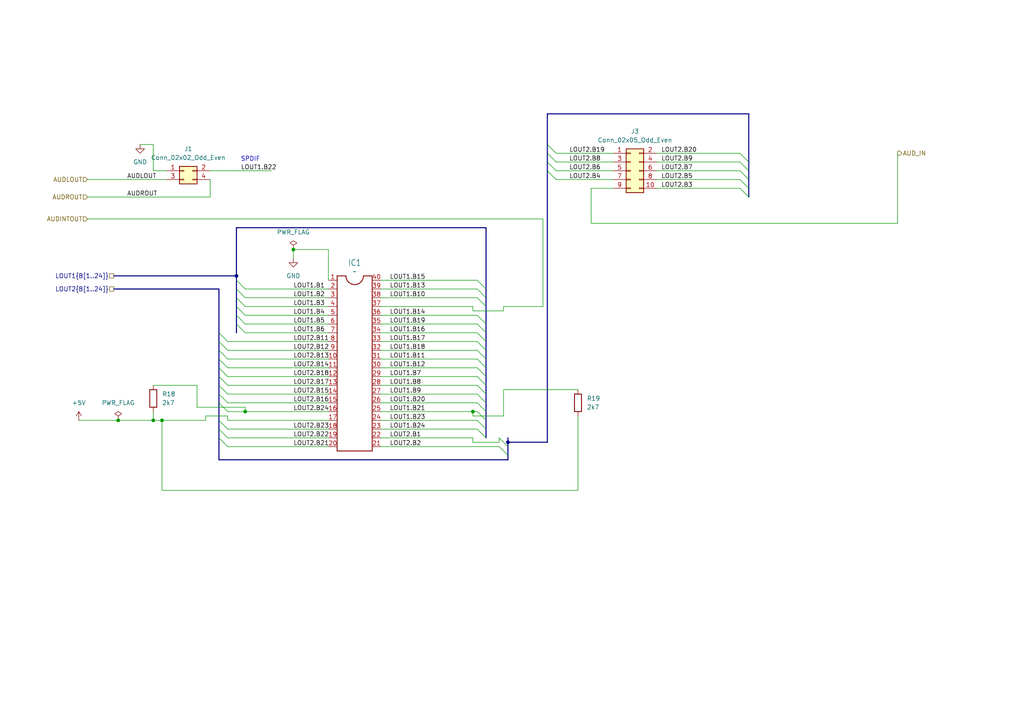
<source format=kicad_sch>
(kicad_sch
	(version 20250114)
	(generator "eeschema")
	(generator_version "9.0")
	(uuid "3e52fe32-0f8d-444f-8a4c-71cf9324a62d")
	(paper "A4")
	(lib_symbols
		(symbol "Connector_Generic:Conn_02x02_Odd_Even"
			(pin_names
				(offset 1.016)
				(hide yes)
			)
			(exclude_from_sim no)
			(in_bom yes)
			(on_board yes)
			(property "Reference" "J"
				(at 1.27 2.54 0)
				(effects
					(font
						(size 1.27 1.27)
					)
				)
			)
			(property "Value" "Conn_02x02_Odd_Even"
				(at 1.27 -5.08 0)
				(effects
					(font
						(size 1.27 1.27)
					)
				)
			)
			(property "Footprint" ""
				(at 0 0 0)
				(effects
					(font
						(size 1.27 1.27)
					)
					(hide yes)
				)
			)
			(property "Datasheet" "~"
				(at 0 0 0)
				(effects
					(font
						(size 1.27 1.27)
					)
					(hide yes)
				)
			)
			(property "Description" "Generic connector, double row, 02x02, odd/even pin numbering scheme (row 1 odd numbers, row 2 even numbers), script generated (kicad-library-utils/schlib/autogen/connector/)"
				(at 0 0 0)
				(effects
					(font
						(size 1.27 1.27)
					)
					(hide yes)
				)
			)
			(property "ki_keywords" "connector"
				(at 0 0 0)
				(effects
					(font
						(size 1.27 1.27)
					)
					(hide yes)
				)
			)
			(property "ki_fp_filters" "Connector*:*_2x??_*"
				(at 0 0 0)
				(effects
					(font
						(size 1.27 1.27)
					)
					(hide yes)
				)
			)
			(symbol "Conn_02x02_Odd_Even_1_1"
				(rectangle
					(start -1.27 1.27)
					(end 3.81 -3.81)
					(stroke
						(width 0.254)
						(type default)
					)
					(fill
						(type background)
					)
				)
				(rectangle
					(start -1.27 0.127)
					(end 0 -0.127)
					(stroke
						(width 0.1524)
						(type default)
					)
					(fill
						(type none)
					)
				)
				(rectangle
					(start -1.27 -2.413)
					(end 0 -2.667)
					(stroke
						(width 0.1524)
						(type default)
					)
					(fill
						(type none)
					)
				)
				(rectangle
					(start 3.81 0.127)
					(end 2.54 -0.127)
					(stroke
						(width 0.1524)
						(type default)
					)
					(fill
						(type none)
					)
				)
				(rectangle
					(start 3.81 -2.413)
					(end 2.54 -2.667)
					(stroke
						(width 0.1524)
						(type default)
					)
					(fill
						(type none)
					)
				)
				(pin passive line
					(at -5.08 0 0)
					(length 3.81)
					(name "Pin_1"
						(effects
							(font
								(size 1.27 1.27)
							)
						)
					)
					(number "1"
						(effects
							(font
								(size 1.27 1.27)
							)
						)
					)
				)
				(pin passive line
					(at -5.08 -2.54 0)
					(length 3.81)
					(name "Pin_3"
						(effects
							(font
								(size 1.27 1.27)
							)
						)
					)
					(number "3"
						(effects
							(font
								(size 1.27 1.27)
							)
						)
					)
				)
				(pin passive line
					(at 7.62 0 180)
					(length 3.81)
					(name "Pin_2"
						(effects
							(font
								(size 1.27 1.27)
							)
						)
					)
					(number "2"
						(effects
							(font
								(size 1.27 1.27)
							)
						)
					)
				)
				(pin passive line
					(at 7.62 -2.54 180)
					(length 3.81)
					(name "Pin_4"
						(effects
							(font
								(size 1.27 1.27)
							)
						)
					)
					(number "4"
						(effects
							(font
								(size 1.27 1.27)
							)
						)
					)
				)
			)
			(embedded_fonts no)
		)
		(symbol "Connector_Generic:Conn_02x05_Odd_Even"
			(pin_names
				(offset 1.016)
				(hide yes)
			)
			(exclude_from_sim no)
			(in_bom yes)
			(on_board yes)
			(property "Reference" "J"
				(at 1.27 7.62 0)
				(effects
					(font
						(size 1.27 1.27)
					)
				)
			)
			(property "Value" "Conn_02x05_Odd_Even"
				(at 1.27 -7.62 0)
				(effects
					(font
						(size 1.27 1.27)
					)
				)
			)
			(property "Footprint" ""
				(at 0 0 0)
				(effects
					(font
						(size 1.27 1.27)
					)
					(hide yes)
				)
			)
			(property "Datasheet" "~"
				(at 0 0 0)
				(effects
					(font
						(size 1.27 1.27)
					)
					(hide yes)
				)
			)
			(property "Description" "Generic connector, double row, 02x05, odd/even pin numbering scheme (row 1 odd numbers, row 2 even numbers), script generated (kicad-library-utils/schlib/autogen/connector/)"
				(at 0 0 0)
				(effects
					(font
						(size 1.27 1.27)
					)
					(hide yes)
				)
			)
			(property "ki_keywords" "connector"
				(at 0 0 0)
				(effects
					(font
						(size 1.27 1.27)
					)
					(hide yes)
				)
			)
			(property "ki_fp_filters" "Connector*:*_2x??_*"
				(at 0 0 0)
				(effects
					(font
						(size 1.27 1.27)
					)
					(hide yes)
				)
			)
			(symbol "Conn_02x05_Odd_Even_1_1"
				(rectangle
					(start -1.27 6.35)
					(end 3.81 -6.35)
					(stroke
						(width 0.254)
						(type default)
					)
					(fill
						(type background)
					)
				)
				(rectangle
					(start -1.27 5.207)
					(end 0 4.953)
					(stroke
						(width 0.1524)
						(type default)
					)
					(fill
						(type none)
					)
				)
				(rectangle
					(start -1.27 2.667)
					(end 0 2.413)
					(stroke
						(width 0.1524)
						(type default)
					)
					(fill
						(type none)
					)
				)
				(rectangle
					(start -1.27 0.127)
					(end 0 -0.127)
					(stroke
						(width 0.1524)
						(type default)
					)
					(fill
						(type none)
					)
				)
				(rectangle
					(start -1.27 -2.413)
					(end 0 -2.667)
					(stroke
						(width 0.1524)
						(type default)
					)
					(fill
						(type none)
					)
				)
				(rectangle
					(start -1.27 -4.953)
					(end 0 -5.207)
					(stroke
						(width 0.1524)
						(type default)
					)
					(fill
						(type none)
					)
				)
				(rectangle
					(start 3.81 5.207)
					(end 2.54 4.953)
					(stroke
						(width 0.1524)
						(type default)
					)
					(fill
						(type none)
					)
				)
				(rectangle
					(start 3.81 2.667)
					(end 2.54 2.413)
					(stroke
						(width 0.1524)
						(type default)
					)
					(fill
						(type none)
					)
				)
				(rectangle
					(start 3.81 0.127)
					(end 2.54 -0.127)
					(stroke
						(width 0.1524)
						(type default)
					)
					(fill
						(type none)
					)
				)
				(rectangle
					(start 3.81 -2.413)
					(end 2.54 -2.667)
					(stroke
						(width 0.1524)
						(type default)
					)
					(fill
						(type none)
					)
				)
				(rectangle
					(start 3.81 -4.953)
					(end 2.54 -5.207)
					(stroke
						(width 0.1524)
						(type default)
					)
					(fill
						(type none)
					)
				)
				(pin passive line
					(at -5.08 5.08 0)
					(length 3.81)
					(name "Pin_1"
						(effects
							(font
								(size 1.27 1.27)
							)
						)
					)
					(number "1"
						(effects
							(font
								(size 1.27 1.27)
							)
						)
					)
				)
				(pin passive line
					(at -5.08 2.54 0)
					(length 3.81)
					(name "Pin_3"
						(effects
							(font
								(size 1.27 1.27)
							)
						)
					)
					(number "3"
						(effects
							(font
								(size 1.27 1.27)
							)
						)
					)
				)
				(pin passive line
					(at -5.08 0 0)
					(length 3.81)
					(name "Pin_5"
						(effects
							(font
								(size 1.27 1.27)
							)
						)
					)
					(number "5"
						(effects
							(font
								(size 1.27 1.27)
							)
						)
					)
				)
				(pin passive line
					(at -5.08 -2.54 0)
					(length 3.81)
					(name "Pin_7"
						(effects
							(font
								(size 1.27 1.27)
							)
						)
					)
					(number "7"
						(effects
							(font
								(size 1.27 1.27)
							)
						)
					)
				)
				(pin passive line
					(at -5.08 -5.08 0)
					(length 3.81)
					(name "Pin_9"
						(effects
							(font
								(size 1.27 1.27)
							)
						)
					)
					(number "9"
						(effects
							(font
								(size 1.27 1.27)
							)
						)
					)
				)
				(pin passive line
					(at 7.62 5.08 180)
					(length 3.81)
					(name "Pin_2"
						(effects
							(font
								(size 1.27 1.27)
							)
						)
					)
					(number "2"
						(effects
							(font
								(size 1.27 1.27)
							)
						)
					)
				)
				(pin passive line
					(at 7.62 2.54 180)
					(length 3.81)
					(name "Pin_4"
						(effects
							(font
								(size 1.27 1.27)
							)
						)
					)
					(number "4"
						(effects
							(font
								(size 1.27 1.27)
							)
						)
					)
				)
				(pin passive line
					(at 7.62 0 180)
					(length 3.81)
					(name "Pin_6"
						(effects
							(font
								(size 1.27 1.27)
							)
						)
					)
					(number "6"
						(effects
							(font
								(size 1.27 1.27)
							)
						)
					)
				)
				(pin passive line
					(at 7.62 -2.54 180)
					(length 3.81)
					(name "Pin_8"
						(effects
							(font
								(size 1.27 1.27)
							)
						)
					)
					(number "8"
						(effects
							(font
								(size 1.27 1.27)
							)
						)
					)
				)
				(pin passive line
					(at 7.62 -5.08 180)
					(length 3.81)
					(name "Pin_10"
						(effects
							(font
								(size 1.27 1.27)
							)
						)
					)
					(number "10"
						(effects
							(font
								(size 1.27 1.27)
							)
						)
					)
				)
			)
			(embedded_fonts no)
		)
		(symbol "Device:R"
			(pin_numbers
				(hide yes)
			)
			(pin_names
				(offset 0)
			)
			(exclude_from_sim no)
			(in_bom yes)
			(on_board yes)
			(property "Reference" "R"
				(at 2.032 0 90)
				(effects
					(font
						(size 1.27 1.27)
					)
				)
			)
			(property "Value" "R"
				(at 0 0 90)
				(effects
					(font
						(size 1.27 1.27)
					)
				)
			)
			(property "Footprint" ""
				(at -1.778 0 90)
				(effects
					(font
						(size 1.27 1.27)
					)
					(hide yes)
				)
			)
			(property "Datasheet" "~"
				(at 0 0 0)
				(effects
					(font
						(size 1.27 1.27)
					)
					(hide yes)
				)
			)
			(property "Description" "Resistor"
				(at 0 0 0)
				(effects
					(font
						(size 1.27 1.27)
					)
					(hide yes)
				)
			)
			(property "ki_keywords" "R res resistor"
				(at 0 0 0)
				(effects
					(font
						(size 1.27 1.27)
					)
					(hide yes)
				)
			)
			(property "ki_fp_filters" "R_*"
				(at 0 0 0)
				(effects
					(font
						(size 1.27 1.27)
					)
					(hide yes)
				)
			)
			(symbol "R_0_1"
				(rectangle
					(start -1.016 -2.54)
					(end 1.016 2.54)
					(stroke
						(width 0.254)
						(type default)
					)
					(fill
						(type none)
					)
				)
			)
			(symbol "R_1_1"
				(pin passive line
					(at 0 3.81 270)
					(length 1.27)
					(name "~"
						(effects
							(font
								(size 1.27 1.27)
							)
						)
					)
					(number "1"
						(effects
							(font
								(size 1.27 1.27)
							)
						)
					)
				)
				(pin passive line
					(at 0 -3.81 90)
					(length 1.27)
					(name "~"
						(effects
							(font
								(size 1.27 1.27)
							)
						)
					)
					(number "2"
						(effects
							(font
								(size 1.27 1.27)
							)
						)
					)
				)
			)
			(embedded_fonts no)
		)
		(symbol "ic-package:DIL40"
			(exclude_from_sim no)
			(in_bom yes)
			(on_board yes)
			(property "Reference" "IC"
				(at -4.445 24.765 0)
				(effects
					(font
						(size 1.778 1.5113)
					)
					(justify left bottom)
				)
			)
			(property "Value" ""
				(at -4.445 -29.21 0)
				(effects
					(font
						(size 1.778 1.5113)
					)
					(justify left bottom)
				)
			)
			(property "Footprint" "ic-package:DIL40"
				(at 0 0 0)
				(effects
					(font
						(size 1.27 1.27)
					)
					(hide yes)
				)
			)
			(property "Datasheet" ""
				(at 0 0 0)
				(effects
					(font
						(size 1.27 1.27)
					)
					(hide yes)
				)
			)
			(property "Description" "Dual In Line"
				(at 0 0 0)
				(effects
					(font
						(size 1.27 1.27)
					)
					(hide yes)
				)
			)
			(property "ki_locked" ""
				(at 0 0 0)
				(effects
					(font
						(size 1.27 1.27)
					)
				)
			)
			(symbol "DIL40_1_0"
				(polyline
					(pts
						(xy -5.08 24.13) (xy -5.08 -26.67)
					)
					(stroke
						(width 0.254)
						(type solid)
					)
					(fill
						(type none)
					)
				)
				(polyline
					(pts
						(xy -5.08 24.13) (xy -2.54 24.13)
					)
					(stroke
						(width 0.254)
						(type solid)
					)
					(fill
						(type none)
					)
				)
				(polyline
					(pts
						(xy -5.08 -26.67) (xy 5.08 -26.67)
					)
					(stroke
						(width 0.254)
						(type solid)
					)
					(fill
						(type none)
					)
				)
				(arc
					(start 2.54 24.13)
					(mid 0 21.59)
					(end -2.54 24.13)
					(stroke
						(width 0.254)
						(type solid)
					)
					(fill
						(type none)
					)
				)
				(polyline
					(pts
						(xy 5.08 24.13) (xy 2.54 24.13)
					)
					(stroke
						(width 0.254)
						(type solid)
					)
					(fill
						(type none)
					)
				)
				(polyline
					(pts
						(xy 5.08 -26.67) (xy 5.08 24.13)
					)
					(stroke
						(width 0.254)
						(type solid)
					)
					(fill
						(type none)
					)
				)
				(pin passive line
					(at -7.62 22.86 0)
					(length 2.54)
					(name "1"
						(effects
							(font
								(size 0 0)
							)
						)
					)
					(number "1"
						(effects
							(font
								(size 1.27 1.27)
							)
						)
					)
				)
				(pin passive line
					(at -7.62 20.32 0)
					(length 2.54)
					(name "2"
						(effects
							(font
								(size 0 0)
							)
						)
					)
					(number "2"
						(effects
							(font
								(size 1.27 1.27)
							)
						)
					)
				)
				(pin passive line
					(at -7.62 17.78 0)
					(length 2.54)
					(name "3"
						(effects
							(font
								(size 0 0)
							)
						)
					)
					(number "3"
						(effects
							(font
								(size 1.27 1.27)
							)
						)
					)
				)
				(pin passive line
					(at -7.62 15.24 0)
					(length 2.54)
					(name "4"
						(effects
							(font
								(size 0 0)
							)
						)
					)
					(number "4"
						(effects
							(font
								(size 1.27 1.27)
							)
						)
					)
				)
				(pin passive line
					(at -7.62 12.7 0)
					(length 2.54)
					(name "5"
						(effects
							(font
								(size 0 0)
							)
						)
					)
					(number "5"
						(effects
							(font
								(size 1.27 1.27)
							)
						)
					)
				)
				(pin passive line
					(at -7.62 10.16 0)
					(length 2.54)
					(name "6"
						(effects
							(font
								(size 0 0)
							)
						)
					)
					(number "6"
						(effects
							(font
								(size 1.27 1.27)
							)
						)
					)
				)
				(pin passive line
					(at -7.62 7.62 0)
					(length 2.54)
					(name "7"
						(effects
							(font
								(size 0 0)
							)
						)
					)
					(number "7"
						(effects
							(font
								(size 1.27 1.27)
							)
						)
					)
				)
				(pin passive line
					(at -7.62 5.08 0)
					(length 2.54)
					(name "8"
						(effects
							(font
								(size 0 0)
							)
						)
					)
					(number "8"
						(effects
							(font
								(size 1.27 1.27)
							)
						)
					)
				)
				(pin passive line
					(at -7.62 2.54 0)
					(length 2.54)
					(name "9"
						(effects
							(font
								(size 0 0)
							)
						)
					)
					(number "9"
						(effects
							(font
								(size 1.27 1.27)
							)
						)
					)
				)
				(pin passive line
					(at -7.62 0 0)
					(length 2.54)
					(name "10"
						(effects
							(font
								(size 0 0)
							)
						)
					)
					(number "10"
						(effects
							(font
								(size 1.27 1.27)
							)
						)
					)
				)
				(pin passive line
					(at -7.62 -2.54 0)
					(length 2.54)
					(name "11"
						(effects
							(font
								(size 0 0)
							)
						)
					)
					(number "11"
						(effects
							(font
								(size 1.27 1.27)
							)
						)
					)
				)
				(pin passive line
					(at -7.62 -5.08 0)
					(length 2.54)
					(name "12"
						(effects
							(font
								(size 0 0)
							)
						)
					)
					(number "12"
						(effects
							(font
								(size 1.27 1.27)
							)
						)
					)
				)
				(pin passive line
					(at -7.62 -7.62 0)
					(length 2.54)
					(name "13"
						(effects
							(font
								(size 0 0)
							)
						)
					)
					(number "13"
						(effects
							(font
								(size 1.27 1.27)
							)
						)
					)
				)
				(pin passive line
					(at -7.62 -10.16 0)
					(length 2.54)
					(name "14"
						(effects
							(font
								(size 0 0)
							)
						)
					)
					(number "14"
						(effects
							(font
								(size 1.27 1.27)
							)
						)
					)
				)
				(pin passive line
					(at -7.62 -12.7 0)
					(length 2.54)
					(name "15"
						(effects
							(font
								(size 0 0)
							)
						)
					)
					(number "15"
						(effects
							(font
								(size 1.27 1.27)
							)
						)
					)
				)
				(pin passive line
					(at -7.62 -15.24 0)
					(length 2.54)
					(name "16"
						(effects
							(font
								(size 0 0)
							)
						)
					)
					(number "16"
						(effects
							(font
								(size 1.27 1.27)
							)
						)
					)
				)
				(pin passive line
					(at -7.62 -17.78 0)
					(length 2.54)
					(name "17"
						(effects
							(font
								(size 0 0)
							)
						)
					)
					(number "17"
						(effects
							(font
								(size 1.27 1.27)
							)
						)
					)
				)
				(pin passive line
					(at -7.62 -20.32 0)
					(length 2.54)
					(name "18"
						(effects
							(font
								(size 0 0)
							)
						)
					)
					(number "18"
						(effects
							(font
								(size 1.27 1.27)
							)
						)
					)
				)
				(pin passive line
					(at -7.62 -22.86 0)
					(length 2.54)
					(name "19"
						(effects
							(font
								(size 0 0)
							)
						)
					)
					(number "19"
						(effects
							(font
								(size 1.27 1.27)
							)
						)
					)
				)
				(pin passive line
					(at -7.62 -25.4 0)
					(length 2.54)
					(name "20"
						(effects
							(font
								(size 0 0)
							)
						)
					)
					(number "20"
						(effects
							(font
								(size 1.27 1.27)
							)
						)
					)
				)
				(pin passive line
					(at 7.62 22.86 180)
					(length 2.54)
					(name "40"
						(effects
							(font
								(size 0 0)
							)
						)
					)
					(number "40"
						(effects
							(font
								(size 1.27 1.27)
							)
						)
					)
				)
				(pin passive line
					(at 7.62 20.32 180)
					(length 2.54)
					(name "39"
						(effects
							(font
								(size 0 0)
							)
						)
					)
					(number "39"
						(effects
							(font
								(size 1.27 1.27)
							)
						)
					)
				)
				(pin passive line
					(at 7.62 17.78 180)
					(length 2.54)
					(name "38"
						(effects
							(font
								(size 0 0)
							)
						)
					)
					(number "38"
						(effects
							(font
								(size 1.27 1.27)
							)
						)
					)
				)
				(pin passive line
					(at 7.62 15.24 180)
					(length 2.54)
					(name "37"
						(effects
							(font
								(size 0 0)
							)
						)
					)
					(number "37"
						(effects
							(font
								(size 1.27 1.27)
							)
						)
					)
				)
				(pin passive line
					(at 7.62 12.7 180)
					(length 2.54)
					(name "36"
						(effects
							(font
								(size 0 0)
							)
						)
					)
					(number "36"
						(effects
							(font
								(size 1.27 1.27)
							)
						)
					)
				)
				(pin passive line
					(at 7.62 10.16 180)
					(length 2.54)
					(name "35"
						(effects
							(font
								(size 0 0)
							)
						)
					)
					(number "35"
						(effects
							(font
								(size 1.27 1.27)
							)
						)
					)
				)
				(pin passive line
					(at 7.62 7.62 180)
					(length 2.54)
					(name "34"
						(effects
							(font
								(size 0 0)
							)
						)
					)
					(number "34"
						(effects
							(font
								(size 1.27 1.27)
							)
						)
					)
				)
				(pin passive line
					(at 7.62 5.08 180)
					(length 2.54)
					(name "33"
						(effects
							(font
								(size 0 0)
							)
						)
					)
					(number "33"
						(effects
							(font
								(size 1.27 1.27)
							)
						)
					)
				)
				(pin passive line
					(at 7.62 2.54 180)
					(length 2.54)
					(name "32"
						(effects
							(font
								(size 0 0)
							)
						)
					)
					(number "32"
						(effects
							(font
								(size 1.27 1.27)
							)
						)
					)
				)
				(pin passive line
					(at 7.62 0 180)
					(length 2.54)
					(name "31"
						(effects
							(font
								(size 0 0)
							)
						)
					)
					(number "31"
						(effects
							(font
								(size 1.27 1.27)
							)
						)
					)
				)
				(pin passive line
					(at 7.62 -2.54 180)
					(length 2.54)
					(name "30"
						(effects
							(font
								(size 0 0)
							)
						)
					)
					(number "30"
						(effects
							(font
								(size 1.27 1.27)
							)
						)
					)
				)
				(pin passive line
					(at 7.62 -5.08 180)
					(length 2.54)
					(name "29"
						(effects
							(font
								(size 0 0)
							)
						)
					)
					(number "29"
						(effects
							(font
								(size 1.27 1.27)
							)
						)
					)
				)
				(pin passive line
					(at 7.62 -7.62 180)
					(length 2.54)
					(name "28"
						(effects
							(font
								(size 0 0)
							)
						)
					)
					(number "28"
						(effects
							(font
								(size 1.27 1.27)
							)
						)
					)
				)
				(pin passive line
					(at 7.62 -10.16 180)
					(length 2.54)
					(name "27"
						(effects
							(font
								(size 0 0)
							)
						)
					)
					(number "27"
						(effects
							(font
								(size 1.27 1.27)
							)
						)
					)
				)
				(pin passive line
					(at 7.62 -12.7 180)
					(length 2.54)
					(name "26"
						(effects
							(font
								(size 0 0)
							)
						)
					)
					(number "26"
						(effects
							(font
								(size 1.27 1.27)
							)
						)
					)
				)
				(pin passive line
					(at 7.62 -15.24 180)
					(length 2.54)
					(name "25"
						(effects
							(font
								(size 0 0)
							)
						)
					)
					(number "25"
						(effects
							(font
								(size 1.27 1.27)
							)
						)
					)
				)
				(pin passive line
					(at 7.62 -17.78 180)
					(length 2.54)
					(name "24"
						(effects
							(font
								(size 0 0)
							)
						)
					)
					(number "24"
						(effects
							(font
								(size 1.27 1.27)
							)
						)
					)
				)
				(pin passive line
					(at 7.62 -20.32 180)
					(length 2.54)
					(name "23"
						(effects
							(font
								(size 0 0)
							)
						)
					)
					(number "23"
						(effects
							(font
								(size 1.27 1.27)
							)
						)
					)
				)
				(pin passive line
					(at 7.62 -22.86 180)
					(length 2.54)
					(name "22"
						(effects
							(font
								(size 0 0)
							)
						)
					)
					(number "22"
						(effects
							(font
								(size 1.27 1.27)
							)
						)
					)
				)
				(pin passive line
					(at 7.62 -25.4 180)
					(length 2.54)
					(name "21"
						(effects
							(font
								(size 0 0)
							)
						)
					)
					(number "21"
						(effects
							(font
								(size 1.27 1.27)
							)
						)
					)
				)
			)
			(embedded_fonts no)
		)
		(symbol "power:+5V"
			(power)
			(pin_numbers
				(hide yes)
			)
			(pin_names
				(offset 0)
				(hide yes)
			)
			(exclude_from_sim no)
			(in_bom yes)
			(on_board yes)
			(property "Reference" "#PWR"
				(at 0 -3.81 0)
				(effects
					(font
						(size 1.27 1.27)
					)
					(hide yes)
				)
			)
			(property "Value" "+5V"
				(at 0 3.556 0)
				(effects
					(font
						(size 1.27 1.27)
					)
				)
			)
			(property "Footprint" ""
				(at 0 0 0)
				(effects
					(font
						(size 1.27 1.27)
					)
					(hide yes)
				)
			)
			(property "Datasheet" ""
				(at 0 0 0)
				(effects
					(font
						(size 1.27 1.27)
					)
					(hide yes)
				)
			)
			(property "Description" "Power symbol creates a global label with name \"+5V\""
				(at 0 0 0)
				(effects
					(font
						(size 1.27 1.27)
					)
					(hide yes)
				)
			)
			(property "ki_keywords" "global power"
				(at 0 0 0)
				(effects
					(font
						(size 1.27 1.27)
					)
					(hide yes)
				)
			)
			(symbol "+5V_0_1"
				(polyline
					(pts
						(xy -0.762 1.27) (xy 0 2.54)
					)
					(stroke
						(width 0)
						(type default)
					)
					(fill
						(type none)
					)
				)
				(polyline
					(pts
						(xy 0 2.54) (xy 0.762 1.27)
					)
					(stroke
						(width 0)
						(type default)
					)
					(fill
						(type none)
					)
				)
				(polyline
					(pts
						(xy 0 0) (xy 0 2.54)
					)
					(stroke
						(width 0)
						(type default)
					)
					(fill
						(type none)
					)
				)
			)
			(symbol "+5V_1_1"
				(pin power_in line
					(at 0 0 90)
					(length 0)
					(name "~"
						(effects
							(font
								(size 1.27 1.27)
							)
						)
					)
					(number "1"
						(effects
							(font
								(size 1.27 1.27)
							)
						)
					)
				)
			)
			(embedded_fonts no)
		)
		(symbol "power:GND"
			(power)
			(pin_numbers
				(hide yes)
			)
			(pin_names
				(offset 0)
				(hide yes)
			)
			(exclude_from_sim no)
			(in_bom yes)
			(on_board yes)
			(property "Reference" "#PWR"
				(at 0 -6.35 0)
				(effects
					(font
						(size 1.27 1.27)
					)
					(hide yes)
				)
			)
			(property "Value" "GND"
				(at 0 -3.81 0)
				(effects
					(font
						(size 1.27 1.27)
					)
				)
			)
			(property "Footprint" ""
				(at 0 0 0)
				(effects
					(font
						(size 1.27 1.27)
					)
					(hide yes)
				)
			)
			(property "Datasheet" ""
				(at 0 0 0)
				(effects
					(font
						(size 1.27 1.27)
					)
					(hide yes)
				)
			)
			(property "Description" "Power symbol creates a global label with name \"GND\" , ground"
				(at 0 0 0)
				(effects
					(font
						(size 1.27 1.27)
					)
					(hide yes)
				)
			)
			(property "ki_keywords" "global power"
				(at 0 0 0)
				(effects
					(font
						(size 1.27 1.27)
					)
					(hide yes)
				)
			)
			(symbol "GND_0_1"
				(polyline
					(pts
						(xy 0 0) (xy 0 -1.27) (xy 1.27 -1.27) (xy 0 -2.54) (xy -1.27 -1.27) (xy 0 -1.27)
					)
					(stroke
						(width 0)
						(type default)
					)
					(fill
						(type none)
					)
				)
			)
			(symbol "GND_1_1"
				(pin power_in line
					(at 0 0 270)
					(length 0)
					(name "~"
						(effects
							(font
								(size 1.27 1.27)
							)
						)
					)
					(number "1"
						(effects
							(font
								(size 1.27 1.27)
							)
						)
					)
				)
			)
			(embedded_fonts no)
		)
		(symbol "power:PWR_FLAG"
			(power)
			(pin_numbers
				(hide yes)
			)
			(pin_names
				(offset 0)
				(hide yes)
			)
			(exclude_from_sim no)
			(in_bom yes)
			(on_board yes)
			(property "Reference" "#FLG"
				(at 0 1.905 0)
				(effects
					(font
						(size 1.27 1.27)
					)
					(hide yes)
				)
			)
			(property "Value" "PWR_FLAG"
				(at 0 3.81 0)
				(effects
					(font
						(size 1.27 1.27)
					)
				)
			)
			(property "Footprint" ""
				(at 0 0 0)
				(effects
					(font
						(size 1.27 1.27)
					)
					(hide yes)
				)
			)
			(property "Datasheet" "~"
				(at 0 0 0)
				(effects
					(font
						(size 1.27 1.27)
					)
					(hide yes)
				)
			)
			(property "Description" "Special symbol for telling ERC where power comes from"
				(at 0 0 0)
				(effects
					(font
						(size 1.27 1.27)
					)
					(hide yes)
				)
			)
			(property "ki_keywords" "flag power"
				(at 0 0 0)
				(effects
					(font
						(size 1.27 1.27)
					)
					(hide yes)
				)
			)
			(symbol "PWR_FLAG_0_0"
				(pin power_out line
					(at 0 0 90)
					(length 0)
					(name "~"
						(effects
							(font
								(size 1.27 1.27)
							)
						)
					)
					(number "1"
						(effects
							(font
								(size 1.27 1.27)
							)
						)
					)
				)
			)
			(symbol "PWR_FLAG_0_1"
				(polyline
					(pts
						(xy 0 0) (xy 0 1.27) (xy -1.016 1.905) (xy 0 2.54) (xy 1.016 1.905) (xy 0 1.27)
					)
					(stroke
						(width 0)
						(type default)
					)
					(fill
						(type none)
					)
				)
			)
			(embedded_fonts no)
		)
	)
	(text "SPDIF\n"
		(exclude_from_sim no)
		(at 72.644 46.228 0)
		(effects
			(font
				(size 1.27 1.27)
			)
		)
		(uuid "bdf5216a-1031-4e65-9f90-27b7d381ca62")
	)
	(junction
		(at 34.29 121.92)
		(diameter 0)
		(color 0 0 0 0)
		(uuid "0659f697-662e-4993-834b-e6354ca1c427")
	)
	(junction
		(at 85.09 72.39)
		(diameter 0)
		(color 0 0 0 0)
		(uuid "1ed64289-6c81-40b0-933e-0fa754e83a14")
	)
	(junction
		(at 68.58 80.01)
		(diameter 0)
		(color 0 0 0 0)
		(uuid "367dc4a2-696f-4000-982b-ecf98cef9851")
	)
	(junction
		(at 137.16 119.38)
		(diameter 0)
		(color 0 0 0 0)
		(uuid "3e8c1200-7284-4b92-9b14-238e0f051666")
	)
	(junction
		(at 147.32 128.27)
		(diameter 0)
		(color 0 0 0 0)
		(uuid "4aa9808b-45d2-4e4d-a692-418440eccbe8")
	)
	(junction
		(at 44.45 121.92)
		(diameter 0)
		(color 0 0 0 0)
		(uuid "9822f9fe-14a6-4d97-bf8d-9bf264210b92")
	)
	(junction
		(at 71.12 119.38)
		(diameter 0)
		(color 0 0 0 0)
		(uuid "9fa4b8cf-d137-41a2-b252-81828d74499a")
	)
	(junction
		(at 46.99 121.92)
		(diameter 0)
		(color 0 0 0 0)
		(uuid "ca61807e-258e-4083-ac63-212ec23315cc")
	)
	(bus_entry
		(at 214.63 44.45)
		(size 2.54 2.54)
		(stroke
			(width 0)
			(type default)
		)
		(uuid "00278ac3-d1cf-454e-9343-8699ff8c44b2")
	)
	(bus_entry
		(at 138.43 83.82)
		(size 2.54 2.54)
		(stroke
			(width 0)
			(type default)
		)
		(uuid "078e1105-e049-4a85-aedf-f69c4d15f8b8")
	)
	(bus_entry
		(at 63.5 111.76)
		(size 2.54 2.54)
		(stroke
			(width 0)
			(type default)
		)
		(uuid "0d77ef5e-1380-460b-a3c8-78f5564d27ed")
	)
	(bus_entry
		(at 138.43 93.98)
		(size 2.54 2.54)
		(stroke
			(width 0)
			(type default)
		)
		(uuid "14047a0a-bab0-4681-a614-67eaa83eddc8")
	)
	(bus_entry
		(at 158.75 49.53)
		(size 2.54 2.54)
		(stroke
			(width 0)
			(type default)
		)
		(uuid "17675495-7f98-4bdb-9188-0a46b6d50a03")
	)
	(bus_entry
		(at 138.43 104.14)
		(size 2.54 2.54)
		(stroke
			(width 0)
			(type default)
		)
		(uuid "1ade1a42-298d-4b47-8caf-3b2e00e51de3")
	)
	(bus_entry
		(at 63.5 121.92)
		(size 2.54 2.54)
		(stroke
			(width 0)
			(type default)
		)
		(uuid "260bda2a-9f79-4e7b-a8fe-ed3ee5130239")
	)
	(bus_entry
		(at 63.5 101.6)
		(size 2.54 2.54)
		(stroke
			(width 0)
			(type default)
		)
		(uuid "26f277bb-1c2a-421c-b1c1-06a5bf263e10")
	)
	(bus_entry
		(at 144.78 127)
		(size 2.54 2.54)
		(stroke
			(width 0)
			(type default)
		)
		(uuid "2de209be-c0f3-4873-82b3-05196d09e5f5")
	)
	(bus_entry
		(at 214.63 46.99)
		(size 2.54 2.54)
		(stroke
			(width 0)
			(type default)
		)
		(uuid "3cbc47de-f59e-4d7b-87bd-214764c6f550")
	)
	(bus_entry
		(at 158.75 44.45)
		(size 2.54 2.54)
		(stroke
			(width 0)
			(type default)
		)
		(uuid "3eb5ea53-603a-4ba3-ad23-585038ad5dff")
	)
	(bus_entry
		(at 138.43 124.46)
		(size 2.54 2.54)
		(stroke
			(width 0)
			(type default)
		)
		(uuid "404105a6-0e1e-440f-988d-692d8d897f7e")
	)
	(bus_entry
		(at 63.5 106.68)
		(size 2.54 2.54)
		(stroke
			(width 0)
			(type default)
		)
		(uuid "41f53ccc-b480-4821-9a88-adf66ff523a1")
	)
	(bus_entry
		(at 214.63 49.53)
		(size 2.54 2.54)
		(stroke
			(width 0)
			(type default)
		)
		(uuid "481c0be3-7f33-44dc-a1d3-1ba4f058c6db")
	)
	(bus_entry
		(at 214.63 54.61)
		(size 2.54 2.54)
		(stroke
			(width 0)
			(type default)
		)
		(uuid "4ca11644-650f-409e-9351-86e57c6d2784")
	)
	(bus_entry
		(at 63.5 116.84)
		(size 2.54 2.54)
		(stroke
			(width 0)
			(type default)
		)
		(uuid "50d2bd0b-b61f-4c96-93f2-43de2571cb86")
	)
	(bus_entry
		(at 138.43 81.28)
		(size 2.54 2.54)
		(stroke
			(width 0)
			(type default)
		)
		(uuid "55621e2e-bb16-46f8-b557-bd82d6f5d5ac")
	)
	(bus_entry
		(at 68.58 93.98)
		(size 2.54 2.54)
		(stroke
			(width 0)
			(type default)
		)
		(uuid "5829bb90-ab04-4868-bf9e-b69cb7b11041")
	)
	(bus_entry
		(at 138.43 109.22)
		(size 2.54 2.54)
		(stroke
			(width 0)
			(type default)
		)
		(uuid "5a91258f-829a-45dd-b908-38327ed980d9")
	)
	(bus_entry
		(at 63.5 127)
		(size 2.54 2.54)
		(stroke
			(width 0)
			(type default)
		)
		(uuid "5e6b1e44-78da-46ca-8721-32805dffc30f")
	)
	(bus_entry
		(at 138.43 101.6)
		(size 2.54 2.54)
		(stroke
			(width 0)
			(type default)
		)
		(uuid "68ef9c92-941a-4e64-8e02-414e9a5d3750")
	)
	(bus_entry
		(at 63.5 99.06)
		(size 2.54 2.54)
		(stroke
			(width 0)
			(type default)
		)
		(uuid "7cad0845-c38b-48f0-a4c8-3e3d81a0d754")
	)
	(bus_entry
		(at 158.75 46.99)
		(size 2.54 2.54)
		(stroke
			(width 0)
			(type default)
		)
		(uuid "8267fd8b-f1cd-4d88-8bca-0d9b756baf1f")
	)
	(bus_entry
		(at 138.43 106.68)
		(size 2.54 2.54)
		(stroke
			(width 0)
			(type default)
		)
		(uuid "8629d5d6-c5cd-4062-87b4-36517eddb8a9")
	)
	(bus_entry
		(at 138.43 96.52)
		(size 2.54 2.54)
		(stroke
			(width 0)
			(type default)
		)
		(uuid "87811639-b679-4871-abd6-cb1299bf4846")
	)
	(bus_entry
		(at 138.43 111.76)
		(size 2.54 2.54)
		(stroke
			(width 0)
			(type default)
		)
		(uuid "8cbd9978-1ec3-4a9a-ab29-8ca4d1e10b47")
	)
	(bus_entry
		(at 138.43 119.38)
		(size 2.54 2.54)
		(stroke
			(width 0)
			(type default)
		)
		(uuid "8d880421-9b41-4783-8a72-16f095233146")
	)
	(bus_entry
		(at 63.5 109.22)
		(size 2.54 2.54)
		(stroke
			(width 0)
			(type default)
		)
		(uuid "8e8fb6d4-0c46-48eb-9fce-7fc138a83d62")
	)
	(bus_entry
		(at 214.63 52.07)
		(size 2.54 2.54)
		(stroke
			(width 0)
			(type default)
		)
		(uuid "98053cfe-3ca5-4b4d-a525-c19359088bdd")
	)
	(bus_entry
		(at 63.5 114.3)
		(size 2.54 2.54)
		(stroke
			(width 0)
			(type default)
		)
		(uuid "9dcba698-2797-44e9-ac83-777d0f0b6e04")
	)
	(bus_entry
		(at 138.43 114.3)
		(size 2.54 2.54)
		(stroke
			(width 0)
			(type default)
		)
		(uuid "afa19ab0-37c1-4e9b-9bfc-2f2e17dc0834")
	)
	(bus_entry
		(at 63.5 96.52)
		(size 2.54 2.54)
		(stroke
			(width 0)
			(type default)
		)
		(uuid "b19d43d9-7fae-4983-b614-f5b20b95cbcd")
	)
	(bus_entry
		(at 144.78 129.54)
		(size 2.54 2.54)
		(stroke
			(width 0)
			(type default)
		)
		(uuid "b67b19e8-cea3-4e65-b2d3-ad6f6eda833b")
	)
	(bus_entry
		(at 68.58 91.44)
		(size 2.54 2.54)
		(stroke
			(width 0)
			(type default)
		)
		(uuid "ba23aa51-31de-473a-8330-e9dc376461e6")
	)
	(bus_entry
		(at 138.43 86.36)
		(size 2.54 2.54)
		(stroke
			(width 0)
			(type default)
		)
		(uuid "cdb0b00d-c336-4b37-b54b-e349e5a4f3ef")
	)
	(bus_entry
		(at 138.43 99.06)
		(size 2.54 2.54)
		(stroke
			(width 0)
			(type default)
		)
		(uuid "d6265bb6-7571-4a4d-97e0-fed42606faea")
	)
	(bus_entry
		(at 63.5 104.14)
		(size 2.54 2.54)
		(stroke
			(width 0)
			(type default)
		)
		(uuid "dc4bdafd-cd95-437e-810e-c2981790885d")
	)
	(bus_entry
		(at 138.43 121.92)
		(size 2.54 2.54)
		(stroke
			(width 0)
			(type default)
		)
		(uuid "de5c0757-aed4-4e99-b4a4-c1dddd2233d9")
	)
	(bus_entry
		(at 68.58 88.9)
		(size 2.54 2.54)
		(stroke
			(width 0)
			(type default)
		)
		(uuid "de6a6304-dc74-423e-8394-a53a88cc3797")
	)
	(bus_entry
		(at 68.58 81.28)
		(size 2.54 2.54)
		(stroke
			(width 0)
			(type default)
		)
		(uuid "e1fce8bd-5428-4aa1-9605-b9415fee32ac")
	)
	(bus_entry
		(at 158.75 41.91)
		(size 2.54 2.54)
		(stroke
			(width 0)
			(type default)
		)
		(uuid "e43c127e-6c1c-4b85-92da-ec2632e44107")
	)
	(bus_entry
		(at 68.58 86.36)
		(size 2.54 2.54)
		(stroke
			(width 0)
			(type default)
		)
		(uuid "e806bb66-27eb-4dc2-a1c7-833fc0e28be8")
	)
	(bus_entry
		(at 138.43 116.84)
		(size 2.54 2.54)
		(stroke
			(width 0)
			(type default)
		)
		(uuid "eba3f517-0e50-4c69-b2fc-e8ae833bc9b1")
	)
	(bus_entry
		(at 138.43 91.44)
		(size 2.54 2.54)
		(stroke
			(width 0)
			(type default)
		)
		(uuid "ee41ffa6-5f2f-4d12-92a6-1e73ff7e8cdc")
	)
	(bus_entry
		(at 63.5 124.46)
		(size 2.54 2.54)
		(stroke
			(width 0)
			(type default)
		)
		(uuid "fa5a447b-2839-4889-a176-5b5629e0f4da")
	)
	(bus_entry
		(at 68.58 83.82)
		(size 2.54 2.54)
		(stroke
			(width 0)
			(type default)
		)
		(uuid "fd8d088d-deb2-47e8-9a60-f6bb6b8a65d6")
	)
	(bus
		(pts
			(xy 147.32 132.08) (xy 147.32 133.35)
		)
		(stroke
			(width 0)
			(type default)
		)
		(uuid "03152f16-6b6d-49ca-8039-dd32fbea6e6b")
	)
	(wire
		(pts
			(xy 110.49 111.76) (xy 138.43 111.76)
		)
		(stroke
			(width 0)
			(type default)
		)
		(uuid "03561c29-05c7-4aa0-ad47-27bcd668a7fb")
	)
	(wire
		(pts
			(xy 161.29 49.53) (xy 177.8 49.53)
		)
		(stroke
			(width 0)
			(type default)
		)
		(uuid "04c8604d-6711-4d8d-83ec-941afff75bc7")
	)
	(bus
		(pts
			(xy 63.5 114.3) (xy 63.5 116.84)
		)
		(stroke
			(width 0)
			(type default)
		)
		(uuid "06bef2d8-53ad-49f1-beca-ecc74c12531a")
	)
	(wire
		(pts
			(xy 66.04 99.06) (xy 95.25 99.06)
		)
		(stroke
			(width 0)
			(type default)
		)
		(uuid "0750b960-ccb8-4ab7-8557-3bb74952bbab")
	)
	(wire
		(pts
			(xy 85.09 72.39) (xy 85.09 74.93)
		)
		(stroke
			(width 0)
			(type default)
		)
		(uuid "0b1e68fe-6f45-4a8b-9467-5afa2299fc4b")
	)
	(wire
		(pts
			(xy 177.8 54.61) (xy 171.45 54.61)
		)
		(stroke
			(width 0)
			(type default)
		)
		(uuid "0c590c62-0dc7-4f51-95c8-9d6ed8338727")
	)
	(wire
		(pts
			(xy 71.12 88.9) (xy 95.25 88.9)
		)
		(stroke
			(width 0)
			(type default)
		)
		(uuid "0c84a4a1-63f1-44e0-a946-1a6ffb6f9df2")
	)
	(bus
		(pts
			(xy 158.75 128.27) (xy 158.75 49.53)
		)
		(stroke
			(width 0)
			(type default)
		)
		(uuid "0d941e80-d451-4107-987c-8ec0599bf138")
	)
	(bus
		(pts
			(xy 63.5 106.68) (xy 63.5 109.22)
		)
		(stroke
			(width 0)
			(type default)
		)
		(uuid "10b3220b-9468-460a-9b03-b7b965b11fcc")
	)
	(bus
		(pts
			(xy 140.97 88.9) (xy 140.97 93.98)
		)
		(stroke
			(width 0)
			(type default)
		)
		(uuid "10c63ad9-f1e9-4de8-a402-28f55b4fecfc")
	)
	(wire
		(pts
			(xy 110.49 124.46) (xy 138.43 124.46)
		)
		(stroke
			(width 0)
			(type default)
		)
		(uuid "12e38074-7c57-4d2a-b94a-38413d5f4d40")
	)
	(wire
		(pts
			(xy 110.49 127) (xy 137.16 127)
		)
		(stroke
			(width 0)
			(type default)
		)
		(uuid "158709bd-ba1e-4478-ab9c-fd39fec908ea")
	)
	(wire
		(pts
			(xy 110.49 114.3) (xy 138.43 114.3)
		)
		(stroke
			(width 0)
			(type default)
		)
		(uuid "15e2b927-5703-4e34-b25a-2448c74ace7c")
	)
	(bus
		(pts
			(xy 147.32 129.54) (xy 147.32 132.08)
		)
		(stroke
			(width 0)
			(type default)
		)
		(uuid "16066808-c96e-4367-90b9-380da5dd343b")
	)
	(wire
		(pts
			(xy 95.25 81.28) (xy 95.25 72.39)
		)
		(stroke
			(width 0)
			(type default)
		)
		(uuid "16c1d50b-b7cb-403e-be4b-3e8e2f0e6c06")
	)
	(bus
		(pts
			(xy 140.97 83.82) (xy 140.97 66.04)
		)
		(stroke
			(width 0)
			(type default)
		)
		(uuid "17393205-7b4a-409b-b842-3eb2dca64b21")
	)
	(bus
		(pts
			(xy 140.97 114.3) (xy 140.97 111.76)
		)
		(stroke
			(width 0)
			(type default)
		)
		(uuid "174214f8-d270-4d36-9794-f133b8e46200")
	)
	(bus
		(pts
			(xy 63.5 99.06) (xy 63.5 101.6)
		)
		(stroke
			(width 0)
			(type default)
		)
		(uuid "17fd7d3f-a609-4d76-919f-f9a3fcc6a9f5")
	)
	(wire
		(pts
			(xy 110.49 104.14) (xy 138.43 104.14)
		)
		(stroke
			(width 0)
			(type default)
		)
		(uuid "1aacca5e-148e-4724-88d9-a331511d8fd4")
	)
	(wire
		(pts
			(xy 66.04 104.14) (xy 95.25 104.14)
		)
		(stroke
			(width 0)
			(type default)
		)
		(uuid "1bd3c5d1-797a-4f10-bd2d-eb6b6d30a985")
	)
	(bus
		(pts
			(xy 68.58 91.44) (xy 68.58 93.98)
		)
		(stroke
			(width 0)
			(type default)
		)
		(uuid "1ee0f0e4-e274-46bc-9689-e7c292b598b3")
	)
	(wire
		(pts
			(xy 161.29 52.07) (xy 177.8 52.07)
		)
		(stroke
			(width 0)
			(type default)
		)
		(uuid "1f8372c3-1d77-4a04-98be-2e04c52620f5")
	)
	(bus
		(pts
			(xy 68.58 83.82) (xy 68.58 86.36)
		)
		(stroke
			(width 0)
			(type default)
		)
		(uuid "21895fb0-8d65-457b-be8e-9a38f05b51d9")
	)
	(wire
		(pts
			(xy 60.96 52.07) (xy 60.96 57.15)
		)
		(stroke
			(width 0)
			(type default)
		)
		(uuid "22288229-cb7d-448e-beb8-6562a7b9a46c")
	)
	(bus
		(pts
			(xy 158.75 46.99) (xy 158.75 44.45)
		)
		(stroke
			(width 0)
			(type default)
		)
		(uuid "22b8baf5-7f55-4750-97ea-b53587bc9749")
	)
	(wire
		(pts
			(xy 44.45 49.53) (xy 44.45 41.91)
		)
		(stroke
			(width 0)
			(type default)
		)
		(uuid "22f208da-63a8-4c2c-be1a-c7b9db6d5bce")
	)
	(bus
		(pts
			(xy 158.75 49.53) (xy 158.75 46.99)
		)
		(stroke
			(width 0)
			(type default)
		)
		(uuid "24b1be1c-5419-41f1-82cf-15b7a8095043")
	)
	(bus
		(pts
			(xy 158.75 44.45) (xy 158.75 41.91)
		)
		(stroke
			(width 0)
			(type default)
		)
		(uuid "2abae6ae-495c-40ee-b83f-591af2383366")
	)
	(wire
		(pts
			(xy 161.29 44.45) (xy 177.8 44.45)
		)
		(stroke
			(width 0)
			(type default)
		)
		(uuid "2d0c6833-ca4d-4b7b-9ce5-ca1830050c5b")
	)
	(bus
		(pts
			(xy 63.5 104.14) (xy 63.5 106.68)
		)
		(stroke
			(width 0)
			(type default)
		)
		(uuid "2edc0013-5972-4434-839d-d6d995539b0c")
	)
	(bus
		(pts
			(xy 147.32 133.35) (xy 63.5 133.35)
		)
		(stroke
			(width 0)
			(type default)
		)
		(uuid "34cb649f-92d3-4689-88d7-293f839d96fd")
	)
	(wire
		(pts
			(xy 110.49 91.44) (xy 138.43 91.44)
		)
		(stroke
			(width 0)
			(type default)
		)
		(uuid "387df8df-ebd4-4d4a-92f9-6209683ec802")
	)
	(bus
		(pts
			(xy 68.58 80.01) (xy 68.58 81.28)
		)
		(stroke
			(width 0)
			(type default)
		)
		(uuid "39ead81f-e072-4fc4-be88-32578c769a6c")
	)
	(wire
		(pts
			(xy 66.04 106.68) (xy 95.25 106.68)
		)
		(stroke
			(width 0)
			(type default)
		)
		(uuid "3c2c4755-baa0-4db1-b1a3-cd7ee473bdb7")
	)
	(bus
		(pts
			(xy 68.58 81.28) (xy 68.58 83.82)
		)
		(stroke
			(width 0)
			(type default)
		)
		(uuid "3d0fb0e6-d20f-4c9e-9766-d515b1df71f0")
	)
	(bus
		(pts
			(xy 140.97 88.9) (xy 140.97 86.36)
		)
		(stroke
			(width 0)
			(type default)
		)
		(uuid "3e9c8f4c-b69f-460c-ba1d-addc3c97745d")
	)
	(bus
		(pts
			(xy 158.75 33.02) (xy 217.17 33.02)
		)
		(stroke
			(width 0)
			(type default)
		)
		(uuid "41ccf6c9-7e05-464c-b25c-a74ea8c603e7")
	)
	(wire
		(pts
			(xy 71.12 93.98) (xy 95.25 93.98)
		)
		(stroke
			(width 0)
			(type default)
		)
		(uuid "4315e56a-f0af-45a2-b6ba-353be56469e3")
	)
	(wire
		(pts
			(xy 66.04 129.54) (xy 95.25 129.54)
		)
		(stroke
			(width 0)
			(type default)
		)
		(uuid "43d68ebe-5761-4f9c-8202-2ab66118b047")
	)
	(bus
		(pts
			(xy 140.97 66.04) (xy 68.58 66.04)
		)
		(stroke
			(width 0)
			(type default)
		)
		(uuid "448af4a2-dd53-4d20-826d-c33878bcc0e5")
	)
	(wire
		(pts
			(xy 71.12 119.38) (xy 71.12 118.11)
		)
		(stroke
			(width 0)
			(type default)
		)
		(uuid "44a23a64-27fa-499b-a581-5af9a3a71c79")
	)
	(wire
		(pts
			(xy 167.64 120.65) (xy 167.64 142.24)
		)
		(stroke
			(width 0)
			(type default)
		)
		(uuid "44b23f95-1657-4536-9348-ea9d68a6fce3")
	)
	(bus
		(pts
			(xy 68.58 86.36) (xy 68.58 88.9)
		)
		(stroke
			(width 0)
			(type default)
		)
		(uuid "47f5f087-fdfc-4331-8b56-b8a8d91e8ae3")
	)
	(wire
		(pts
			(xy 171.45 64.77) (xy 260.35 64.77)
		)
		(stroke
			(width 0)
			(type default)
		)
		(uuid "48d0fa47-a075-4a3a-8e42-5d8bbb8fee24")
	)
	(wire
		(pts
			(xy 137.16 120.65) (xy 137.16 119.38)
		)
		(stroke
			(width 0)
			(type default)
		)
		(uuid "495e8830-aed0-4461-98b7-29abcc4eb1e4")
	)
	(wire
		(pts
			(xy 34.29 121.92) (xy 44.45 121.92)
		)
		(stroke
			(width 0)
			(type default)
		)
		(uuid "4bd1430a-fe7d-42be-b876-d69e2d978aa0")
	)
	(wire
		(pts
			(xy 66.04 121.92) (xy 95.25 121.92)
		)
		(stroke
			(width 0)
			(type default)
		)
		(uuid "4d4b1c6e-a973-428b-a112-d8e9b67b720d")
	)
	(wire
		(pts
			(xy 110.49 109.22) (xy 138.43 109.22)
		)
		(stroke
			(width 0)
			(type default)
		)
		(uuid "4d8cdff2-89e4-4527-932c-5c8a3d1e3942")
	)
	(bus
		(pts
			(xy 217.17 54.61) (xy 217.17 57.15)
		)
		(stroke
			(width 0)
			(type default)
		)
		(uuid "4d93b8f5-0fae-4ec8-9e1f-e57787749416")
	)
	(bus
		(pts
			(xy 140.97 101.6) (xy 140.97 99.06)
		)
		(stroke
			(width 0)
			(type default)
		)
		(uuid "513dc06a-4c66-477a-b836-473df491b95d")
	)
	(wire
		(pts
			(xy 71.12 96.52) (xy 95.25 96.52)
		)
		(stroke
			(width 0)
			(type default)
		)
		(uuid "536fb378-18b1-4a55-8efc-65f1e05d88ee")
	)
	(wire
		(pts
			(xy 110.49 116.84) (xy 138.43 116.84)
		)
		(stroke
			(width 0)
			(type default)
		)
		(uuid "53f395d5-e0b7-428b-943e-7abd9f7a1466")
	)
	(wire
		(pts
			(xy 190.5 54.61) (xy 214.63 54.61)
		)
		(stroke
			(width 0)
			(type default)
		)
		(uuid "5467da68-ac2e-480b-b2b5-5c9e0c99d9bc")
	)
	(wire
		(pts
			(xy 71.12 119.38) (xy 95.25 119.38)
		)
		(stroke
			(width 0)
			(type default)
		)
		(uuid "56de35d0-7c32-4bb4-87f3-81b149409036")
	)
	(wire
		(pts
			(xy 190.5 44.45) (xy 214.63 44.45)
		)
		(stroke
			(width 0)
			(type default)
		)
		(uuid "57899e11-2e2e-4d5f-9ec4-3c3a4f7a3a4c")
	)
	(bus
		(pts
			(xy 63.5 124.46) (xy 63.5 127)
		)
		(stroke
			(width 0)
			(type default)
		)
		(uuid "581cd67e-d69b-4f13-9577-882ffaf8e943")
	)
	(wire
		(pts
			(xy 110.49 96.52) (xy 138.43 96.52)
		)
		(stroke
			(width 0)
			(type default)
		)
		(uuid "5c3a6245-094d-4741-ac5e-6122e4c55d90")
	)
	(bus
		(pts
			(xy 147.32 127) (xy 147.32 128.27)
		)
		(stroke
			(width 0)
			(type default)
		)
		(uuid "5cf3d510-dd14-4af6-9a9c-c26a6b25a9da")
	)
	(bus
		(pts
			(xy 63.5 127) (xy 63.5 133.35)
		)
		(stroke
			(width 0)
			(type default)
		)
		(uuid "5cf78ff9-4966-4ab5-b146-5795e0f8e750")
	)
	(bus
		(pts
			(xy 68.58 88.9) (xy 68.58 91.44)
		)
		(stroke
			(width 0)
			(type default)
		)
		(uuid "5fd4a37b-72a1-40fe-b91e-a89c9ec08b7b")
	)
	(wire
		(pts
			(xy 161.29 46.99) (xy 177.8 46.99)
		)
		(stroke
			(width 0)
			(type default)
		)
		(uuid "60140e5b-5ffb-4ba3-8b5c-940d595ba75b")
	)
	(wire
		(pts
			(xy 48.26 49.53) (xy 44.45 49.53)
		)
		(stroke
			(width 0)
			(type default)
		)
		(uuid "6039154d-1add-4445-a9e2-2d5f475e8921")
	)
	(bus
		(pts
			(xy 33.02 83.82) (xy 63.5 83.82)
		)
		(stroke
			(width 0)
			(type default)
		)
		(uuid "6235b57c-ca6d-4497-93e0-10c3ef5d79b9")
	)
	(wire
		(pts
			(xy 110.49 106.68) (xy 138.43 106.68)
		)
		(stroke
			(width 0)
			(type default)
		)
		(uuid "641e7079-823a-4fb5-8b34-33a9ab39de04")
	)
	(bus
		(pts
			(xy 63.5 101.6) (xy 63.5 104.14)
		)
		(stroke
			(width 0)
			(type default)
		)
		(uuid "64ad0f19-79eb-493b-ae5c-e9168a32ac34")
	)
	(bus
		(pts
			(xy 147.32 128.27) (xy 158.75 128.27)
		)
		(stroke
			(width 0)
			(type default)
		)
		(uuid "66614c13-4a2e-47c9-9342-63fe74f362dd")
	)
	(wire
		(pts
			(xy 110.49 81.28) (xy 138.43 81.28)
		)
		(stroke
			(width 0)
			(type default)
		)
		(uuid "674039bc-6dc3-40dc-9b4a-e2793bdbad2e")
	)
	(wire
		(pts
			(xy 110.49 119.38) (xy 137.16 119.38)
		)
		(stroke
			(width 0)
			(type default)
		)
		(uuid "6b96faad-5995-430e-9609-aacd1220c4ff")
	)
	(wire
		(pts
			(xy 110.49 101.6) (xy 138.43 101.6)
		)
		(stroke
			(width 0)
			(type default)
		)
		(uuid "70348d11-87f6-4c9e-a3f2-47d5f700ebea")
	)
	(bus
		(pts
			(xy 63.5 111.76) (xy 63.5 114.3)
		)
		(stroke
			(width 0)
			(type default)
		)
		(uuid "707f3d08-e6e9-4ef0-a462-4ea250169ff8")
	)
	(wire
		(pts
			(xy 40.64 41.91) (xy 44.45 41.91)
		)
		(stroke
			(width 0)
			(type default)
		)
		(uuid "70c07431-adba-4831-814f-032da9d4602e")
	)
	(wire
		(pts
			(xy 66.04 114.3) (xy 95.25 114.3)
		)
		(stroke
			(width 0)
			(type default)
		)
		(uuid "70e3ab77-2d03-4466-9881-5281d8c39c15")
	)
	(bus
		(pts
			(xy 63.5 96.52) (xy 63.5 99.06)
		)
		(stroke
			(width 0)
			(type default)
		)
		(uuid "7498bcdc-b1c2-443f-8c94-7aca9ebb35d5")
	)
	(wire
		(pts
			(xy 66.04 119.38) (xy 71.12 119.38)
		)
		(stroke
			(width 0)
			(type default)
		)
		(uuid "74e4a7e8-d114-4d48-965f-64c1e6e8341a")
	)
	(wire
		(pts
			(xy 137.16 119.38) (xy 138.43 119.38)
		)
		(stroke
			(width 0)
			(type default)
		)
		(uuid "7a85b09f-95e7-4597-8c04-ebc24f021833")
	)
	(wire
		(pts
			(xy 60.96 49.53) (xy 78.74 49.53)
		)
		(stroke
			(width 0)
			(type default)
		)
		(uuid "7c614f3e-bcfc-414f-b382-9dd09f74d80c")
	)
	(wire
		(pts
			(xy 190.5 49.53) (xy 214.63 49.53)
		)
		(stroke
			(width 0)
			(type default)
		)
		(uuid "7fd8c35f-982a-4cb2-a0d2-d5656b276dc4")
	)
	(wire
		(pts
			(xy 44.45 119.38) (xy 44.45 121.92)
		)
		(stroke
			(width 0)
			(type default)
		)
		(uuid "805539f1-39b7-47b9-9c82-536937c58104")
	)
	(wire
		(pts
			(xy 167.64 113.03) (xy 146.05 113.03)
		)
		(stroke
			(width 0)
			(type default)
		)
		(uuid "82609edc-e002-4d7e-9f02-457bc7c32354")
	)
	(wire
		(pts
			(xy 66.04 116.84) (xy 95.25 116.84)
		)
		(stroke
			(width 0)
			(type default)
		)
		(uuid "864beb18-7027-434b-be32-8d113b575b47")
	)
	(bus
		(pts
			(xy 217.17 49.53) (xy 217.17 52.07)
		)
		(stroke
			(width 0)
			(type default)
		)
		(uuid "86a443d6-b60d-4386-9c35-0f07d1e77160")
	)
	(bus
		(pts
			(xy 217.17 46.99) (xy 217.17 49.53)
		)
		(stroke
			(width 0)
			(type default)
		)
		(uuid "8827bdf1-a837-44c4-a0e9-4a961f4a69d1")
	)
	(wire
		(pts
			(xy 46.99 121.92) (xy 46.99 142.24)
		)
		(stroke
			(width 0)
			(type default)
		)
		(uuid "8cab866b-6959-4ac1-b2ab-2c215c3b4083")
	)
	(wire
		(pts
			(xy 66.04 124.46) (xy 95.25 124.46)
		)
		(stroke
			(width 0)
			(type default)
		)
		(uuid "8edeba94-6935-4139-b7cc-ec9de9b4434f")
	)
	(wire
		(pts
			(xy 59.69 121.92) (xy 59.69 120.65)
		)
		(stroke
			(width 0)
			(type default)
		)
		(uuid "90674b5e-06c1-44f1-a5bd-24760007800b")
	)
	(bus
		(pts
			(xy 140.97 119.38) (xy 140.97 121.92)
		)
		(stroke
			(width 0)
			(type default)
		)
		(uuid "968a7db2-651c-47d0-a08f-c7ed4d920f86")
	)
	(wire
		(pts
			(xy 57.15 118.11) (xy 57.15 111.76)
		)
		(stroke
			(width 0)
			(type default)
		)
		(uuid "977a5258-686d-440f-85c7-e61e71690ae5")
	)
	(bus
		(pts
			(xy 63.5 121.92) (xy 63.5 124.46)
		)
		(stroke
			(width 0)
			(type default)
		)
		(uuid "993b80d2-937a-47cb-89f5-09c927134066")
	)
	(bus
		(pts
			(xy 140.97 109.22) (xy 140.97 106.68)
		)
		(stroke
			(width 0)
			(type default)
		)
		(uuid "9c0c1bbc-aa6d-445b-8904-766916946213")
	)
	(wire
		(pts
			(xy 110.49 83.82) (xy 138.43 83.82)
		)
		(stroke
			(width 0)
			(type default)
		)
		(uuid "9c8bef3b-2a20-4802-8d6e-31a5c2bb9a86")
	)
	(wire
		(pts
			(xy 137.16 90.17) (xy 146.05 90.17)
		)
		(stroke
			(width 0)
			(type default)
		)
		(uuid "9d484283-ed8e-46c9-ae7b-a5228abacf4e")
	)
	(bus
		(pts
			(xy 140.97 106.68) (xy 140.97 104.14)
		)
		(stroke
			(width 0)
			(type default)
		)
		(uuid "9df96ae6-1f06-44aa-91b0-19189995878e")
	)
	(bus
		(pts
			(xy 140.97 124.46) (xy 140.97 127)
		)
		(stroke
			(width 0)
			(type default)
		)
		(uuid "a036fe97-0a44-41e4-b0bb-9d9ff747e880")
	)
	(wire
		(pts
			(xy 66.04 101.6) (xy 95.25 101.6)
		)
		(stroke
			(width 0)
			(type default)
		)
		(uuid "a0738e6f-bec0-4454-af37-cd7a2f34ca24")
	)
	(wire
		(pts
			(xy 22.86 121.92) (xy 34.29 121.92)
		)
		(stroke
			(width 0)
			(type default)
		)
		(uuid "a1754447-8867-45ab-a843-96e402b0ae89")
	)
	(bus
		(pts
			(xy 147.32 128.27) (xy 147.32 129.54)
		)
		(stroke
			(width 0)
			(type default)
		)
		(uuid "a28c8e05-66d9-44ce-b968-6833229b1245")
	)
	(wire
		(pts
			(xy 171.45 54.61) (xy 171.45 64.77)
		)
		(stroke
			(width 0)
			(type default)
		)
		(uuid "a4ecf672-2c4c-4ee6-8d99-d1af4896f2c1")
	)
	(wire
		(pts
			(xy 71.12 91.44) (xy 95.25 91.44)
		)
		(stroke
			(width 0)
			(type default)
		)
		(uuid "a505a7b6-72c4-4fad-8f2c-0c96e9c5cab3")
	)
	(wire
		(pts
			(xy 46.99 121.92) (xy 59.69 121.92)
		)
		(stroke
			(width 0)
			(type default)
		)
		(uuid "a5fdd2fa-9255-4c85-a277-45244c31a60a")
	)
	(bus
		(pts
			(xy 140.97 114.3) (xy 140.97 116.84)
		)
		(stroke
			(width 0)
			(type default)
		)
		(uuid "ae6a2bf9-dfd8-48d0-a60f-a6db22008654")
	)
	(wire
		(pts
			(xy 110.49 121.92) (xy 138.43 121.92)
		)
		(stroke
			(width 0)
			(type default)
		)
		(uuid "aedcc25e-1802-4b1f-8177-467292361bb7")
	)
	(bus
		(pts
			(xy 140.97 99.06) (xy 140.97 96.52)
		)
		(stroke
			(width 0)
			(type default)
		)
		(uuid "b1f6ec47-8d6b-4359-a4bf-6a165c8eff95")
	)
	(wire
		(pts
			(xy 71.12 83.82) (xy 95.25 83.82)
		)
		(stroke
			(width 0)
			(type default)
		)
		(uuid "b3434bc3-3893-431a-a2e3-f0ed21f8f6d4")
	)
	(wire
		(pts
			(xy 146.05 88.9) (xy 157.48 88.9)
		)
		(stroke
			(width 0)
			(type default)
		)
		(uuid "b4f39fda-b344-4607-bf3d-6d513f4bdf5d")
	)
	(wire
		(pts
			(xy 110.49 129.54) (xy 144.78 129.54)
		)
		(stroke
			(width 0)
			(type default)
		)
		(uuid "b9ef9b64-5127-4bbe-899f-249385ab8c25")
	)
	(wire
		(pts
			(xy 71.12 118.11) (xy 57.15 118.11)
		)
		(stroke
			(width 0)
			(type default)
		)
		(uuid "baed5f55-3437-41ce-ac15-670e8bb8e5b4")
	)
	(bus
		(pts
			(xy 140.97 121.92) (xy 140.97 124.46)
		)
		(stroke
			(width 0)
			(type default)
		)
		(uuid "bc31e172-2d4a-4e16-93a3-4d4dc918411a")
	)
	(wire
		(pts
			(xy 146.05 90.17) (xy 146.05 88.9)
		)
		(stroke
			(width 0)
			(type default)
		)
		(uuid "be082f91-fe06-424f-9d07-8dcb0129241e")
	)
	(wire
		(pts
			(xy 260.35 64.77) (xy 260.35 44.45)
		)
		(stroke
			(width 0)
			(type default)
		)
		(uuid "c2a44d58-b0a9-4afc-948a-e1ccebde9fd7")
	)
	(bus
		(pts
			(xy 158.75 41.91) (xy 158.75 33.02)
		)
		(stroke
			(width 0)
			(type default)
		)
		(uuid "c850adc0-c1d0-461c-b610-d3cfc3fc8570")
	)
	(bus
		(pts
			(xy 33.02 80.01) (xy 68.58 80.01)
		)
		(stroke
			(width 0)
			(type default)
		)
		(uuid "c8544547-8f88-495f-88be-bcaf0ddf4e68")
	)
	(wire
		(pts
			(xy 146.05 113.03) (xy 146.05 120.65)
		)
		(stroke
			(width 0)
			(type default)
		)
		(uuid "c9d5bdc5-bb3f-4a84-89e2-ce06dbd8f1e1")
	)
	(wire
		(pts
			(xy 66.04 120.65) (xy 66.04 121.92)
		)
		(stroke
			(width 0)
			(type default)
		)
		(uuid "cb718a1f-f6e5-46b8-b2a5-cf438bcdfe88")
	)
	(wire
		(pts
			(xy 190.5 46.99) (xy 214.63 46.99)
		)
		(stroke
			(width 0)
			(type default)
		)
		(uuid "cdedb996-126e-416c-bb48-f5839d2f21f3")
	)
	(bus
		(pts
			(xy 63.5 116.84) (xy 63.5 121.92)
		)
		(stroke
			(width 0)
			(type default)
		)
		(uuid "cdf108df-ed40-4387-b5c4-b62f2e58be1a")
	)
	(wire
		(pts
			(xy 57.15 111.76) (xy 44.45 111.76)
		)
		(stroke
			(width 0)
			(type default)
		)
		(uuid "d08a7e95-684f-41c4-a45d-ae47133bc955")
	)
	(wire
		(pts
			(xy 95.25 72.39) (xy 85.09 72.39)
		)
		(stroke
			(width 0)
			(type default)
		)
		(uuid "d8c2cfd1-e843-4934-9469-5324b8176860")
	)
	(wire
		(pts
			(xy 137.16 88.9) (xy 137.16 90.17)
		)
		(stroke
			(width 0)
			(type default)
		)
		(uuid "d9762b69-0c9e-49a4-a1cc-58f548c931b1")
	)
	(bus
		(pts
			(xy 63.5 109.22) (xy 63.5 111.76)
		)
		(stroke
			(width 0)
			(type default)
		)
		(uuid "dcbedb8d-7f7b-4186-851a-a2f1dc20a540")
	)
	(bus
		(pts
			(xy 68.58 66.04) (xy 68.58 80.01)
		)
		(stroke
			(width 0)
			(type default)
		)
		(uuid "def1c817-15a5-4837-a346-cbbfb3d9e51a")
	)
	(wire
		(pts
			(xy 144.78 127) (xy 144.78 128.27)
		)
		(stroke
			(width 0)
			(type default)
		)
		(uuid "df3f0e1e-31af-44a9-91fe-b86db81eab03")
	)
	(wire
		(pts
			(xy 25.4 63.5) (xy 157.48 63.5)
		)
		(stroke
			(width 0)
			(type default)
		)
		(uuid "dfe94278-66fe-43da-9dcc-d4ce7b69866e")
	)
	(bus
		(pts
			(xy 140.97 104.14) (xy 140.97 101.6)
		)
		(stroke
			(width 0)
			(type default)
		)
		(uuid "e06231cc-e609-46a9-9d18-d5aebcbc581a")
	)
	(wire
		(pts
			(xy 46.99 142.24) (xy 167.64 142.24)
		)
		(stroke
			(width 0)
			(type default)
		)
		(uuid "e2b1bdb9-be31-47df-bd17-be3997c10245")
	)
	(wire
		(pts
			(xy 146.05 120.65) (xy 137.16 120.65)
		)
		(stroke
			(width 0)
			(type default)
		)
		(uuid "e61be530-accb-4990-98c1-e884fcb77075")
	)
	(bus
		(pts
			(xy 217.17 33.02) (xy 217.17 46.99)
		)
		(stroke
			(width 0)
			(type default)
		)
		(uuid "e66ed58d-bbed-43c9-8207-37fefecdd0a0")
	)
	(wire
		(pts
			(xy 137.16 128.27) (xy 137.16 127)
		)
		(stroke
			(width 0)
			(type default)
		)
		(uuid "e91e33cb-ea89-420e-82a7-3ff4174eef3c")
	)
	(wire
		(pts
			(xy 110.49 86.36) (xy 138.43 86.36)
		)
		(stroke
			(width 0)
			(type default)
		)
		(uuid "ea2ec5bd-ff1e-411f-ba94-371ab1fc273e")
	)
	(wire
		(pts
			(xy 110.49 93.98) (xy 138.43 93.98)
		)
		(stroke
			(width 0)
			(type default)
		)
		(uuid "ea2f8e86-0185-42d2-bb45-b5718509a62f")
	)
	(wire
		(pts
			(xy 66.04 109.22) (xy 95.25 109.22)
		)
		(stroke
			(width 0)
			(type default)
		)
		(uuid "eaa44aa4-a4f2-4d6b-9f93-fe8ae921cab7")
	)
	(wire
		(pts
			(xy 157.48 88.9) (xy 157.48 63.5)
		)
		(stroke
			(width 0)
			(type default)
		)
		(uuid "eae0762b-6d2d-4887-90f5-ead3b6cbbb05")
	)
	(wire
		(pts
			(xy 190.5 52.07) (xy 214.63 52.07)
		)
		(stroke
			(width 0)
			(type default)
		)
		(uuid "edbc53f3-c9fc-450d-b826-8e6f9b9a82cf")
	)
	(wire
		(pts
			(xy 44.45 121.92) (xy 46.99 121.92)
		)
		(stroke
			(width 0)
			(type default)
		)
		(uuid "ee3441df-f3e3-4bfe-88cc-283ae6a5ff40")
	)
	(bus
		(pts
			(xy 140.97 116.84) (xy 140.97 119.38)
		)
		(stroke
			(width 0)
			(type default)
		)
		(uuid "ee5e74ce-136e-4b3c-b041-c5b7bc9c8d46")
	)
	(bus
		(pts
			(xy 140.97 86.36) (xy 140.97 83.82)
		)
		(stroke
			(width 0)
			(type default)
		)
		(uuid "f0988c9c-4c91-4664-a661-7b961329809c")
	)
	(wire
		(pts
			(xy 71.12 86.36) (xy 95.25 86.36)
		)
		(stroke
			(width 0)
			(type default)
		)
		(uuid "f0d97639-d1f7-4d52-a9a4-6ba123217ea1")
	)
	(wire
		(pts
			(xy 110.49 99.06) (xy 138.43 99.06)
		)
		(stroke
			(width 0)
			(type default)
		)
		(uuid "f189f1fa-5055-4487-9d06-95e626479b04")
	)
	(bus
		(pts
			(xy 217.17 52.07) (xy 217.17 54.61)
		)
		(stroke
			(width 0)
			(type default)
		)
		(uuid "f2fee576-c33e-45af-8076-1ae632cce9a9")
	)
	(wire
		(pts
			(xy 59.69 120.65) (xy 66.04 120.65)
		)
		(stroke
			(width 0)
			(type default)
		)
		(uuid "f471c74f-35b9-41a4-b4dd-76c33626b916")
	)
	(wire
		(pts
			(xy 144.78 128.27) (xy 137.16 128.27)
		)
		(stroke
			(width 0)
			(type default)
		)
		(uuid "f66fa092-ee5c-4bd4-b1f3-19af4c9d2246")
	)
	(bus
		(pts
			(xy 140.97 111.76) (xy 140.97 109.22)
		)
		(stroke
			(width 0)
			(type default)
		)
		(uuid "f9212e13-28f4-4ff6-a516-386b1b1d6ce8")
	)
	(wire
		(pts
			(xy 66.04 111.76) (xy 95.25 111.76)
		)
		(stroke
			(width 0)
			(type default)
		)
		(uuid "fad3502c-09b2-4ae2-8196-5b015d2da5db")
	)
	(wire
		(pts
			(xy 25.4 57.15) (xy 60.96 57.15)
		)
		(stroke
			(width 0)
			(type default)
		)
		(uuid "fbcfdf5d-d008-46ce-9214-112cc14894d6")
	)
	(wire
		(pts
			(xy 66.04 127) (xy 95.25 127)
		)
		(stroke
			(width 0)
			(type default)
		)
		(uuid "fbe859f7-b46d-45ae-8127-79905968703b")
	)
	(bus
		(pts
			(xy 68.58 93.98) (xy 68.58 96.52)
		)
		(stroke
			(width 0)
			(type default)
		)
		(uuid "fc1cc6d6-54c3-4b1b-8266-88d182ee8079")
	)
	(wire
		(pts
			(xy 25.4 52.07) (xy 48.26 52.07)
		)
		(stroke
			(width 0)
			(type default)
		)
		(uuid "fcb219ad-8952-42c1-a480-93dbb45744bd")
	)
	(wire
		(pts
			(xy 110.49 88.9) (xy 137.16 88.9)
		)
		(stroke
			(width 0)
			(type default)
		)
		(uuid "fcbe1dba-67eb-45c2-95e8-78432cd1f027")
	)
	(bus
		(pts
			(xy 140.97 96.52) (xy 140.97 93.98)
		)
		(stroke
			(width 0)
			(type default)
		)
		(uuid "ff2db0c2-6ef6-436b-a3c3-757e486b0538")
	)
	(bus
		(pts
			(xy 63.5 83.82) (xy 63.5 96.52)
		)
		(stroke
			(width 0)
			(type default)
		)
		(uuid "ffc7e265-8c00-4562-a742-f44411e14c02")
	)
	(label "LOUT2.B3"
		(at 191.77 54.61 0)
		(effects
			(font
				(size 1.27 1.27)
			)
			(justify left bottom)
		)
		(uuid "18775586-b5ee-4bc7-a588-64a5ec345626")
	)
	(label "LOUT2.B2"
		(at 113.03 129.54 0)
		(effects
			(font
				(size 1.27 1.27)
			)
			(justify left bottom)
		)
		(uuid "1f2002f2-d775-4913-86a2-04b500553025")
	)
	(label "LOUT1.B11"
		(at 113.03 104.14 0)
		(effects
			(font
				(size 1.27 1.27)
			)
			(justify left bottom)
		)
		(uuid "223d6765-eb67-45e9-bb7f-fb8fdb806317")
	)
	(label "LOUT2.B5"
		(at 191.77 52.07 0)
		(effects
			(font
				(size 1.27 1.27)
			)
			(justify left bottom)
		)
		(uuid "24736d06-7ca4-4dc9-b13d-e349e65224f4")
	)
	(label "LOUT2.B24"
		(at 85.09 119.38 0)
		(effects
			(font
				(size 1.27 1.27)
			)
			(justify left bottom)
		)
		(uuid "28be6309-ea30-4169-bba7-24d9881f1a86")
	)
	(label "LOUT1.B5"
		(at 85.09 93.98 0)
		(effects
			(font
				(size 1.27 1.27)
			)
			(justify left bottom)
		)
		(uuid "2a821677-5343-46be-a88f-312032da786f")
	)
	(label "LOUT2.B22"
		(at 85.09 127 0)
		(effects
			(font
				(size 1.27 1.27)
			)
			(justify left bottom)
		)
		(uuid "2a8a55d8-b0ec-4f7e-81a0-6d9e5a98e10b")
	)
	(label "LOUT1.B16"
		(at 113.03 96.52 0)
		(effects
			(font
				(size 1.27 1.27)
			)
			(justify left bottom)
		)
		(uuid "312fd479-7bcb-4ccb-b035-d526ca20de17")
	)
	(label "LOUT2.B14"
		(at 85.09 106.68 0)
		(effects
			(font
				(size 1.27 1.27)
			)
			(justify left bottom)
		)
		(uuid "316ded76-3563-438c-9932-8e90e3aeb937")
	)
	(label "AUDLOUT"
		(at 36.83 52.07 0)
		(effects
			(font
				(size 1.27 1.27)
			)
			(justify left bottom)
		)
		(uuid "35e01791-9bd4-4b26-a9c8-a600113467cb")
	)
	(label "LOUT2.B18"
		(at 85.09 109.22 0)
		(effects
			(font
				(size 1.27 1.27)
			)
			(justify left bottom)
		)
		(uuid "35f25622-7a78-44ae-9a31-18ba4e913e08")
	)
	(label "LOUT2.B16"
		(at 85.09 116.84 0)
		(effects
			(font
				(size 1.27 1.27)
			)
			(justify left bottom)
		)
		(uuid "3cbc145f-37f4-4148-9510-cbaf85277b62")
	)
	(label "LOUT2.B4"
		(at 165.1 52.07 0)
		(effects
			(font
				(size 1.27 1.27)
			)
			(justify left bottom)
		)
		(uuid "4463aa3f-945d-41ea-ae14-bcc50ac5c47c")
	)
	(label "LOUT1.B15"
		(at 113.03 81.28 0)
		(effects
			(font
				(size 1.27 1.27)
			)
			(justify left bottom)
		)
		(uuid "4aa69541-c4c2-47e5-b19e-3eb72fa8e28a")
	)
	(label "LOUT2.B15"
		(at 85.09 114.3 0)
		(effects
			(font
				(size 1.27 1.27)
			)
			(justify left bottom)
		)
		(uuid "4b9986ac-7caf-459c-9788-ddc3d8ef9ab0")
	)
	(label "LOUT1.B10"
		(at 113.03 86.36 0)
		(effects
			(font
				(size 1.27 1.27)
			)
			(justify left bottom)
		)
		(uuid "4f56d394-05d2-4dcb-be36-328bbedbcaa5")
	)
	(label "LOUT2.B21"
		(at 85.09 129.54 0)
		(effects
			(font
				(size 1.27 1.27)
			)
			(justify left bottom)
		)
		(uuid "4fe39d0f-4fb8-4cc7-9f7a-93d78d74058b")
	)
	(label "LOUT1.B23"
		(at 113.03 121.92 0)
		(effects
			(font
				(size 1.27 1.27)
			)
			(justify left bottom)
		)
		(uuid "55e19db6-5159-46c5-be78-823a9dd82180")
	)
	(label "LOUT2.B12"
		(at 85.09 101.6 0)
		(effects
			(font
				(size 1.27 1.27)
			)
			(justify left bottom)
		)
		(uuid "567ac57e-1d4f-49c2-8317-9679933897ce")
	)
	(label "LOUT1.B12"
		(at 113.03 106.68 0)
		(effects
			(font
				(size 1.27 1.27)
			)
			(justify left bottom)
		)
		(uuid "5c52f691-3ddf-4ecd-9970-16c5a868dcd7")
	)
	(label "LOUT1.B22"
		(at 69.85 49.53 0)
		(effects
			(font
				(size 1.27 1.27)
			)
			(justify left bottom)
		)
		(uuid "5e958277-42e3-401e-9c7e-f2be1e95075b")
	)
	(label "LOUT1.B13"
		(at 113.03 83.82 0)
		(effects
			(font
				(size 1.27 1.27)
			)
			(justify left bottom)
		)
		(uuid "68c11dad-8116-498d-9866-d47f433ed781")
	)
	(label "LOUT1.B19"
		(at 113.03 93.98 0)
		(effects
			(font
				(size 1.27 1.27)
			)
			(justify left bottom)
		)
		(uuid "6ad95a70-5211-468c-8baa-23af61cfdca3")
	)
	(label "LOUT1.B6"
		(at 85.09 96.52 0)
		(effects
			(font
				(size 1.27 1.27)
			)
			(justify left bottom)
		)
		(uuid "6e86c556-7c0a-4ed6-8fde-63e44097520b")
	)
	(label "LOUT1.B14"
		(at 113.03 91.44 0)
		(effects
			(font
				(size 1.27 1.27)
			)
			(justify left bottom)
		)
		(uuid "7044c975-71f1-4e29-b4c1-65f12809c3b2")
	)
	(label "LOUT1.B18"
		(at 113.03 101.6 0)
		(effects
			(font
				(size 1.27 1.27)
			)
			(justify left bottom)
		)
		(uuid "750fcb6b-cf90-44e6-80f6-a981f47b174d")
	)
	(label "LOUT2.B20"
		(at 191.77 44.45 0)
		(effects
			(font
				(size 1.27 1.27)
			)
			(justify left bottom)
		)
		(uuid "83f02602-36a2-4915-b1f2-805389c9923c")
	)
	(label "LOUT2.B19"
		(at 165.1 44.45 0)
		(effects
			(font
				(size 1.27 1.27)
			)
			(justify left bottom)
		)
		(uuid "88b85ccf-b52f-4d9f-8144-d4b8e0c35916")
	)
	(label "LOUT1.B9"
		(at 113.03 114.3 0)
		(effects
			(font
				(size 1.27 1.27)
			)
			(justify left bottom)
		)
		(uuid "8bf19ee2-5b46-4c9e-a3bb-68af29e8a11e")
	)
	(label "LOUT2.B23"
		(at 85.09 124.46 0)
		(effects
			(font
				(size 1.27 1.27)
			)
			(justify left bottom)
		)
		(uuid "a3da59ed-eeae-4791-b0e8-0885e2c329f0")
	)
	(label "LOUT1.B24"
		(at 113.03 124.46 0)
		(effects
			(font
				(size 1.27 1.27)
			)
			(justify left bottom)
		)
		(uuid "a5c74d50-de77-484a-b8e0-fdce76d856d7")
	)
	(label "LOUT1.B2"
		(at 85.09 86.36 0)
		(effects
			(font
				(size 1.27 1.27)
			)
			(justify left bottom)
		)
		(uuid "b5d56fb2-26fc-454b-bd17-c0895a85f2ed")
	)
	(label "AUDROUT"
		(at 36.83 57.15 0)
		(effects
			(font
				(size 1.27 1.27)
			)
			(justify left bottom)
		)
		(uuid "bac9d938-77b4-4f11-955f-61d520078d41")
	)
	(label "LOUT1.B17"
		(at 113.03 99.06 0)
		(effects
			(font
				(size 1.27 1.27)
			)
			(justify left bottom)
		)
		(uuid "bae58d6c-3f5e-43ba-881c-642d77e98d5d")
	)
	(label "LOUT2.B6"
		(at 165.1 49.53 0)
		(effects
			(font
				(size 1.27 1.27)
			)
			(justify left bottom)
		)
		(uuid "bcb80b65-cd0d-4582-ad8c-019aab76f912")
	)
	(label "LOUT2.B8"
		(at 165.1 46.99 0)
		(effects
			(font
				(size 1.27 1.27)
			)
			(justify left bottom)
		)
		(uuid "bfc23b52-dd89-4204-b3b5-4f9492282f96")
	)
	(label "LOUT1.B8"
		(at 113.03 111.76 0)
		(effects
			(font
				(size 1.27 1.27)
			)
			(justify left bottom)
		)
		(uuid "c041e157-de2c-4690-be0c-b7ba1eac7cc0")
	)
	(label "LOUT2.B13"
		(at 85.09 104.14 0)
		(effects
			(font
				(size 1.27 1.27)
			)
			(justify left bottom)
		)
		(uuid "c071093a-703d-4315-bc9f-96275db1cef4")
	)
	(label "LOUT2.B9"
		(at 191.77 46.99 0)
		(effects
			(font
				(size 1.27 1.27)
			)
			(justify left bottom)
		)
		(uuid "c78e9adb-783b-436b-98c7-3de6006f8121")
	)
	(label "LOUT2.B11"
		(at 85.09 99.06 0)
		(effects
			(font
				(size 1.27 1.27)
			)
			(justify left bottom)
		)
		(uuid "cca2fcac-baaa-4b76-a167-f3a88c2bba5f")
	)
	(label "LOUT2.B17"
		(at 85.09 111.76 0)
		(effects
			(font
				(size 1.27 1.27)
			)
			(justify left bottom)
		)
		(uuid "cf0e5c56-bf29-423f-a855-c380fa4d391f")
	)
	(label "LOUT1.B1"
		(at 85.09 83.82 0)
		(effects
			(font
				(size 1.27 1.27)
			)
			(justify left bottom)
		)
		(uuid "d80a9830-281f-44da-bbb8-56d34e255080")
	)
	(label "LOUT1.B20"
		(at 113.03 116.84 0)
		(effects
			(font
				(size 1.27 1.27)
			)
			(justify left bottom)
		)
		(uuid "da1d80d5-28f9-4918-b180-e898f3b22ebe")
	)
	(label "LOUT1.B21"
		(at 113.03 119.38 0)
		(effects
			(font
				(size 1.27 1.27)
			)
			(justify left bottom)
		)
		(uuid "dc81d66b-203b-4020-ad15-b1c4f0ba297b")
	)
	(label "LOUT1.B3"
		(at 85.09 88.9 0)
		(effects
			(font
				(size 1.27 1.27)
			)
			(justify left bottom)
		)
		(uuid "dee8b6ca-b492-45ca-8875-a4f879625f05")
	)
	(label "LOUT1.B4"
		(at 85.09 91.44 0)
		(effects
			(font
				(size 1.27 1.27)
			)
			(justify left bottom)
		)
		(uuid "e8efbc16-a4d5-4a3c-9276-7cfbee3eb579")
	)
	(label "LOUT2.B1"
		(at 113.03 127 0)
		(effects
			(font
				(size 1.27 1.27)
			)
			(justify left bottom)
		)
		(uuid "eb28ba2b-f643-468f-a1f7-844387371f85")
	)
	(label "LOUT1.B7"
		(at 113.03 109.22 0)
		(effects
			(font
				(size 1.27 1.27)
			)
			(justify left bottom)
		)
		(uuid "efcf5413-4320-4870-8521-e15dabc618a6")
	)
	(label "LOUT2.B7"
		(at 191.77 49.53 0)
		(effects
			(font
				(size 1.27 1.27)
			)
			(justify left bottom)
		)
		(uuid "f5b061d1-01e6-41f8-b732-7ed95ce9f23e")
	)
	(hierarchical_label "LOUT1{B[1..24]}"
		(shape passive)
		(at 33.02 80.01 180)
		(effects
			(font
				(size 1.27 1.27)
			)
			(justify right)
		)
		(uuid "11e9d967-b641-45da-98d7-4b7c18ff8d2a")
	)
	(hierarchical_label "AUD_IN"
		(shape output)
		(at 260.35 44.45 0)
		(effects
			(font
				(size 1.27 1.27)
			)
			(justify left)
		)
		(uuid "1a21643c-3708-415b-82d5-6db1f2e16967")
	)
	(hierarchical_label "AUDLOUT"
		(shape input)
		(at 25.4 52.07 180)
		(effects
			(font
				(size 1.27 1.27)
			)
			(justify right)
		)
		(uuid "1a2efc79-9e4a-427b-87d9-2762f12139eb")
	)
	(hierarchical_label "LOUT2{B[1..24]}"
		(shape passive)
		(at 33.02 83.82 180)
		(effects
			(font
				(size 1.27 1.27)
			)
			(justify right)
		)
		(uuid "7515dd4a-bd47-4ed9-abc7-83e32d960a12")
	)
	(hierarchical_label "AUDINTOUT"
		(shape input)
		(at 25.4 63.5 180)
		(effects
			(font
				(size 1.27 1.27)
			)
			(justify right)
		)
		(uuid "b39d5b4e-6b0c-4662-af0b-b89381866335")
	)
	(hierarchical_label "AUDROUT"
		(shape input)
		(at 25.4 57.15 180)
		(effects
			(font
				(size 1.27 1.27)
			)
			(justify right)
		)
		(uuid "ec5c650e-bdb3-4642-806d-72aaafd3d1ea")
	)
	(symbol
		(lib_id "power:GND")
		(at 40.64 41.91 0)
		(unit 1)
		(exclude_from_sim no)
		(in_bom yes)
		(on_board yes)
		(dnp no)
		(fields_autoplaced yes)
		(uuid "12b6ff3e-8274-4938-89a7-e7075ca9295d")
		(property "Reference" "#PWR039"
			(at 40.64 48.26 0)
			(effects
				(font
					(size 1.27 1.27)
				)
				(hide yes)
			)
		)
		(property "Value" "GND"
			(at 40.64 46.99 0)
			(effects
				(font
					(size 1.27 1.27)
				)
			)
		)
		(property "Footprint" ""
			(at 40.64 41.91 0)
			(effects
				(font
					(size 1.27 1.27)
				)
				(hide yes)
			)
		)
		(property "Datasheet" ""
			(at 40.64 41.91 0)
			(effects
				(font
					(size 1.27 1.27)
				)
				(hide yes)
			)
		)
		(property "Description" "Power symbol creates a global label with name \"GND\" , ground"
			(at 40.64 41.91 0)
			(effects
				(font
					(size 1.27 1.27)
				)
				(hide yes)
			)
		)
		(pin "1"
			(uuid "ac5021a2-ec89-464c-822a-ac75014d7244")
		)
		(instances
			(project "pokeymax4b"
				(path "/f8f92944-710a-49a0-a698-f840e5f20e15/473fb442-f6a6-4f3e-b077-9a313beb11d5"
					(reference "#PWR039")
					(unit 1)
				)
			)
		)
	)
	(symbol
		(lib_id "Device:R")
		(at 44.45 115.57 0)
		(unit 1)
		(exclude_from_sim no)
		(in_bom yes)
		(on_board yes)
		(dnp no)
		(fields_autoplaced yes)
		(uuid "48af652f-ab2c-4b72-80d6-4dabdf6a4956")
		(property "Reference" "R18"
			(at 46.99 114.2999 0)
			(effects
				(font
					(size 1.27 1.27)
				)
				(justify left)
			)
		)
		(property "Value" "2k7"
			(at 46.99 116.8399 0)
			(effects
				(font
					(size 1.27 1.27)
				)
				(justify left)
			)
		)
		(property "Footprint" "Resistor_SMD:R_0603_1608Metric"
			(at 42.672 115.57 90)
			(effects
				(font
					(size 1.27 1.27)
				)
				(hide yes)
			)
		)
		(property "Datasheet" "~"
			(at 44.45 115.57 0)
			(effects
				(font
					(size 1.27 1.27)
				)
				(hide yes)
			)
		)
		(property "Description" "Resistor"
			(at 44.45 115.57 0)
			(effects
				(font
					(size 1.27 1.27)
				)
				(hide yes)
			)
		)
		(pin "2"
			(uuid "3f11d6d9-01cb-4cf9-960b-94cd714d44bd")
		)
		(pin "1"
			(uuid "15db9984-33fd-478c-b316-e2c8f6e8a205")
		)
		(instances
			(project ""
				(path "/f8f92944-710a-49a0-a698-f840e5f20e15/473fb442-f6a6-4f3e-b077-9a313beb11d5"
					(reference "R18")
					(unit 1)
				)
			)
		)
	)
	(symbol
		(lib_id "power:PWR_FLAG")
		(at 85.09 72.39 0)
		(unit 1)
		(exclude_from_sim no)
		(in_bom yes)
		(on_board yes)
		(dnp no)
		(fields_autoplaced yes)
		(uuid "539a3b1d-41ba-4ae0-ac61-9e57721bcd13")
		(property "Reference" "#FLG03"
			(at 85.09 70.485 0)
			(effects
				(font
					(size 1.27 1.27)
				)
				(hide yes)
			)
		)
		(property "Value" "PWR_FLAG"
			(at 85.09 67.31 0)
			(effects
				(font
					(size 1.27 1.27)
				)
			)
		)
		(property "Footprint" ""
			(at 85.09 72.39 0)
			(effects
				(font
					(size 1.27 1.27)
				)
				(hide yes)
			)
		)
		(property "Datasheet" "~"
			(at 85.09 72.39 0)
			(effects
				(font
					(size 1.27 1.27)
				)
				(hide yes)
			)
		)
		(property "Description" "Special symbol for telling ERC where power comes from"
			(at 85.09 72.39 0)
			(effects
				(font
					(size 1.27 1.27)
				)
				(hide yes)
			)
		)
		(pin "1"
			(uuid "0d7f9124-9438-4739-b660-8ae9ee9c0321")
		)
		(instances
			(project ""
				(path "/f8f92944-710a-49a0-a698-f840e5f20e15/473fb442-f6a6-4f3e-b077-9a313beb11d5"
					(reference "#FLG03")
					(unit 1)
				)
			)
		)
	)
	(symbol
		(lib_id "power:GND")
		(at 85.09 74.93 0)
		(unit 1)
		(exclude_from_sim no)
		(in_bom yes)
		(on_board yes)
		(dnp no)
		(fields_autoplaced yes)
		(uuid "a12409e0-b8ca-4e08-b53a-7c801fdea4b8")
		(property "Reference" "#PWR08"
			(at 85.09 81.28 0)
			(effects
				(font
					(size 1.27 1.27)
				)
				(hide yes)
			)
		)
		(property "Value" "GND"
			(at 85.09 80.01 0)
			(effects
				(font
					(size 1.27 1.27)
				)
			)
		)
		(property "Footprint" ""
			(at 85.09 74.93 0)
			(effects
				(font
					(size 1.27 1.27)
				)
				(hide yes)
			)
		)
		(property "Datasheet" ""
			(at 85.09 74.93 0)
			(effects
				(font
					(size 1.27 1.27)
				)
				(hide yes)
			)
		)
		(property "Description" "Power symbol creates a global label with name \"GND\" , ground"
			(at 85.09 74.93 0)
			(effects
				(font
					(size 1.27 1.27)
				)
				(hide yes)
			)
		)
		(pin "1"
			(uuid "c994c8d4-7bb3-4154-801c-47f88dd23592")
		)
		(instances
			(project ""
				(path "/f8f92944-710a-49a0-a698-f840e5f20e15/473fb442-f6a6-4f3e-b077-9a313beb11d5"
					(reference "#PWR08")
					(unit 1)
				)
			)
		)
	)
	(symbol
		(lib_id "Connector_Generic:Conn_02x05_Odd_Even")
		(at 182.88 49.53 0)
		(unit 1)
		(exclude_from_sim no)
		(in_bom yes)
		(on_board yes)
		(dnp no)
		(fields_autoplaced yes)
		(uuid "c1fd3069-cc19-4dac-87a9-7cb3e06d4d91")
		(property "Reference" "J3"
			(at 184.15 38.1 0)
			(effects
				(font
					(size 1.27 1.27)
				)
			)
		)
		(property "Value" "Conn_02x05_Odd_Even"
			(at 184.15 40.64 0)
			(effects
				(font
					(size 1.27 1.27)
				)
			)
		)
		(property "Footprint" "Connector_PinHeader_2.54mm:PinHeader_2x05_P2.54mm_Vertical"
			(at 182.88 49.53 0)
			(effects
				(font
					(size 1.27 1.27)
				)
				(hide yes)
			)
		)
		(property "Datasheet" "~"
			(at 182.88 49.53 0)
			(effects
				(font
					(size 1.27 1.27)
				)
				(hide yes)
			)
		)
		(property "Description" "Generic connector, double row, 02x05, odd/even pin numbering scheme (row 1 odd numbers, row 2 even numbers), script generated (kicad-library-utils/schlib/autogen/connector/)"
			(at 182.88 49.53 0)
			(effects
				(font
					(size 1.27 1.27)
				)
				(hide yes)
			)
		)
		(pin "2"
			(uuid "f37fc6e3-ec51-4844-a0dc-9c6f8a7826cb")
		)
		(pin "6"
			(uuid "029836e0-e6f1-4f0b-9c3b-debe31745994")
		)
		(pin "4"
			(uuid "7dcf04d4-a087-4629-8132-bc26e128fcd5")
		)
		(pin "5"
			(uuid "3ac73d7b-6bea-4b7d-bdc5-33acbde24f8e")
		)
		(pin "9"
			(uuid "8d1b2ad5-2a6a-4108-919e-62d6c744d560")
		)
		(pin "8"
			(uuid "205205d0-1d36-4ed5-b36c-75d9fa46de71")
		)
		(pin "10"
			(uuid "42714526-74d9-4957-9097-eeb7ce9a732a")
		)
		(pin "3"
			(uuid "62cfec72-1bad-4ef9-b295-68bf6274f616")
		)
		(pin "7"
			(uuid "dcbf1e57-cfd1-42bd-b271-c32bb37c76ad")
		)
		(pin "1"
			(uuid "f2560cf2-c2f6-42b7-9604-f13fdd326829")
		)
		(instances
			(project ""
				(path "/f8f92944-710a-49a0-a698-f840e5f20e15/473fb442-f6a6-4f3e-b077-9a313beb11d5"
					(reference "J3")
					(unit 1)
				)
			)
		)
	)
	(symbol
		(lib_id "ic-package:DIL40")
		(at 102.87 104.14 0)
		(unit 1)
		(exclude_from_sim no)
		(in_bom yes)
		(on_board yes)
		(dnp no)
		(fields_autoplaced yes)
		(uuid "d5327166-d644-4d22-98c6-cc2344b07b65")
		(property "Reference" "IC1"
			(at 102.87 76.2 0)
			(effects
				(font
					(size 1.778 1.5113)
				)
			)
		)
		(property "Value" "~"
			(at 102.87 78.74 0)
			(effects
				(font
					(size 1.778 1.5113)
				)
			)
		)
		(property "Footprint" "ic-package:DIL40"
			(at 102.87 104.14 0)
			(effects
				(font
					(size 1.27 1.27)
				)
				(hide yes)
			)
		)
		(property "Datasheet" ""
			(at 102.87 104.14 0)
			(effects
				(font
					(size 1.27 1.27)
				)
				(hide yes)
			)
		)
		(property "Description" "Dual In Line"
			(at 102.87 104.14 0)
			(effects
				(font
					(size 1.27 1.27)
				)
				(hide yes)
			)
		)
		(pin "28"
			(uuid "2bccaff4-afb5-4386-845a-03bda688149a")
		)
		(pin "11"
			(uuid "82c4691b-ef2b-4b18-8fef-099031eb0ccd")
		)
		(pin "13"
			(uuid "9e3ee217-a646-43ee-b737-613ec02af960")
		)
		(pin "12"
			(uuid "c59841a9-2d10-47fd-9e47-247758ac734f")
		)
		(pin "25"
			(uuid "fea44cc2-8cde-4a99-b566-8583a3d14de6")
		)
		(pin "40"
			(uuid "ce2ac613-5a0e-4586-a781-edb8dbd9e38e")
		)
		(pin "33"
			(uuid "ff9d925d-a0b8-41b5-94a9-3b7f0d4c9df1")
		)
		(pin "2"
			(uuid "ce3baefa-fde0-421d-8328-22b1d1d5780a")
		)
		(pin "27"
			(uuid "73d67c63-ffad-4e65-b5cc-e3a90b7d9b81")
		)
		(pin "30"
			(uuid "153d508a-04c4-4d6c-a11d-24a634c34001")
		)
		(pin "19"
			(uuid "78948dea-a19a-456b-9b7c-9303db540389")
		)
		(pin "29"
			(uuid "8b986c83-76d8-4879-b9c3-8ada9a908775")
		)
		(pin "15"
			(uuid "741388ec-5098-491f-b2fa-075e6c5eea02")
		)
		(pin "3"
			(uuid "0d469db7-e420-47a9-a29d-2b0b3677aaad")
		)
		(pin "17"
			(uuid "0fac9f13-26fe-47c5-8679-2bbc93cbaa2b")
		)
		(pin "34"
			(uuid "2d5e3b94-25e0-4eb2-b5ce-5aa35c8147b2")
		)
		(pin "31"
			(uuid "f9338c9e-aa52-441c-889b-36968ffe4b55")
		)
		(pin "35"
			(uuid "74e941b8-e3ac-464a-88ca-ed50f191d5da")
		)
		(pin "20"
			(uuid "8bf626b0-e665-4712-85a1-21e01495cec5")
		)
		(pin "37"
			(uuid "84f32ca5-0c81-4b58-b0f8-7cc64e0ff1af")
		)
		(pin "22"
			(uuid "c8f581b8-9f6b-4100-ada5-e80f66477838")
		)
		(pin "24"
			(uuid "3bca3805-86d7-4010-97e0-a4f79da88d2b")
		)
		(pin "18"
			(uuid "f07b1f02-13cf-4a63-bf20-c3dc9f37ad54")
		)
		(pin "10"
			(uuid "286d4308-244b-4eca-8c9e-aa8e177efd4b")
		)
		(pin "32"
			(uuid "8ce92d6c-49e2-473a-82eb-de33ea898118")
		)
		(pin "23"
			(uuid "a602eb01-497b-420c-acef-00a257c039ae")
		)
		(pin "5"
			(uuid "9522190d-114a-4c6f-9b5b-0718914bfedf")
		)
		(pin "7"
			(uuid "418c5626-09b3-47e0-b08a-f73a7701137d")
		)
		(pin "21"
			(uuid "6a51afd4-7274-4d3c-aff8-e6bb1be6f257")
		)
		(pin "8"
			(uuid "1c64aadb-e063-4fc0-90a4-4a2d678d800a")
		)
		(pin "26"
			(uuid "2b1fcf0c-ef56-4e50-9990-1ab81e1da2fe")
		)
		(pin "16"
			(uuid "f0c326d6-7bbc-43df-9806-27fbbf7b06c2")
		)
		(pin "1"
			(uuid "cd08e91a-f484-488d-84e3-07051f89cd38")
		)
		(pin "36"
			(uuid "d68a29ad-8f2a-4880-b590-10a0d37f28fe")
		)
		(pin "4"
			(uuid "36c2d259-81b4-49e7-98f2-a60258b7c9f5")
		)
		(pin "6"
			(uuid "daf0f93f-a7da-4d05-9603-9c757f042a22")
		)
		(pin "38"
			(uuid "be2bbba1-13d6-442b-be25-ad386803eae4")
		)
		(pin "14"
			(uuid "031c962e-b214-4cc7-8825-77d116506bbd")
		)
		(pin "39"
			(uuid "0cb6b2b8-6ded-4ceb-ab8e-d2bb01adafbc")
		)
		(pin "9"
			(uuid "2ec4302b-bb94-441f-9a3d-d725c3d40baa")
		)
		(instances
			(project ""
				(path "/f8f92944-710a-49a0-a698-f840e5f20e15/473fb442-f6a6-4f3e-b077-9a313beb11d5"
					(reference "IC1")
					(unit 1)
				)
			)
		)
	)
	(symbol
		(lib_id "power:+5V")
		(at 22.86 121.92 0)
		(unit 1)
		(exclude_from_sim no)
		(in_bom yes)
		(on_board yes)
		(dnp no)
		(fields_autoplaced yes)
		(uuid "e77164f0-b1d2-4abb-bc2d-4dde81599328")
		(property "Reference" "#PWR040"
			(at 22.86 125.73 0)
			(effects
				(font
					(size 1.27 1.27)
				)
				(hide yes)
			)
		)
		(property "Value" "+5V"
			(at 22.86 116.84 0)
			(effects
				(font
					(size 1.27 1.27)
				)
			)
		)
		(property "Footprint" ""
			(at 22.86 121.92 0)
			(effects
				(font
					(size 1.27 1.27)
				)
				(hide yes)
			)
		)
		(property "Datasheet" ""
			(at 22.86 121.92 0)
			(effects
				(font
					(size 1.27 1.27)
				)
				(hide yes)
			)
		)
		(property "Description" "Power symbol creates a global label with name \"+5V\""
			(at 22.86 121.92 0)
			(effects
				(font
					(size 1.27 1.27)
				)
				(hide yes)
			)
		)
		(pin "1"
			(uuid "4b6b575a-e825-4c50-8eb3-9b9fce648bc3")
		)
		(instances
			(project ""
				(path "/f8f92944-710a-49a0-a698-f840e5f20e15/473fb442-f6a6-4f3e-b077-9a313beb11d5"
					(reference "#PWR040")
					(unit 1)
				)
			)
		)
	)
	(symbol
		(lib_id "Connector_Generic:Conn_02x02_Odd_Even")
		(at 53.34 49.53 0)
		(unit 1)
		(exclude_from_sim no)
		(in_bom yes)
		(on_board yes)
		(dnp no)
		(fields_autoplaced yes)
		(uuid "ed2ae52a-8b7c-4b38-827b-d0f236e63d6c")
		(property "Reference" "J1"
			(at 54.61 43.18 0)
			(effects
				(font
					(size 1.27 1.27)
				)
			)
		)
		(property "Value" "Conn_02x02_Odd_Even"
			(at 54.61 45.72 0)
			(effects
				(font
					(size 1.27 1.27)
				)
			)
		)
		(property "Footprint" "Connector_PinHeader_2.54mm:PinHeader_2x02_P2.54mm_Vertical"
			(at 53.34 49.53 0)
			(effects
				(font
					(size 1.27 1.27)
				)
				(hide yes)
			)
		)
		(property "Datasheet" "~"
			(at 53.34 49.53 0)
			(effects
				(font
					(size 1.27 1.27)
				)
				(hide yes)
			)
		)
		(property "Description" "Generic connector, double row, 02x02, odd/even pin numbering scheme (row 1 odd numbers, row 2 even numbers), script generated (kicad-library-utils/schlib/autogen/connector/)"
			(at 53.34 49.53 0)
			(effects
				(font
					(size 1.27 1.27)
				)
				(hide yes)
			)
		)
		(pin "2"
			(uuid "76a95316-46b7-47c4-9767-f9c732627a43")
		)
		(pin "3"
			(uuid "f322bdcb-a659-43fe-951b-996d749892b8")
		)
		(pin "4"
			(uuid "41dfc8d3-0f3a-4a0f-9344-84b63f0e75e5")
		)
		(pin "1"
			(uuid "e4c0d7b8-69e0-451c-b32a-d4059adb3db4")
		)
		(instances
			(project "pokeymax4b"
				(path "/f8f92944-710a-49a0-a698-f840e5f20e15/473fb442-f6a6-4f3e-b077-9a313beb11d5"
					(reference "J1")
					(unit 1)
				)
			)
		)
	)
	(symbol
		(lib_id "Device:R")
		(at 167.64 116.84 0)
		(unit 1)
		(exclude_from_sim no)
		(in_bom yes)
		(on_board yes)
		(dnp no)
		(fields_autoplaced yes)
		(uuid "f6b91e3b-1010-46f9-81d1-abb5456b28c7")
		(property "Reference" "R19"
			(at 170.18 115.5699 0)
			(effects
				(font
					(size 1.27 1.27)
				)
				(justify left)
			)
		)
		(property "Value" "2k7"
			(at 170.18 118.1099 0)
			(effects
				(font
					(size 1.27 1.27)
				)
				(justify left)
			)
		)
		(property "Footprint" "Resistor_SMD:R_0603_1608Metric"
			(at 165.862 116.84 90)
			(effects
				(font
					(size 1.27 1.27)
				)
				(hide yes)
			)
		)
		(property "Datasheet" "~"
			(at 167.64 116.84 0)
			(effects
				(font
					(size 1.27 1.27)
				)
				(hide yes)
			)
		)
		(property "Description" "Resistor"
			(at 167.64 116.84 0)
			(effects
				(font
					(size 1.27 1.27)
				)
				(hide yes)
			)
		)
		(pin "2"
			(uuid "b05eb660-c01b-442c-b186-98fa38722c12")
		)
		(pin "1"
			(uuid "c4337ba8-ef0b-4f3b-a662-6a0cfcba3be5")
		)
		(instances
			(project "pokeymax4b"
				(path "/f8f92944-710a-49a0-a698-f840e5f20e15/473fb442-f6a6-4f3e-b077-9a313beb11d5"
					(reference "R19")
					(unit 1)
				)
			)
		)
	)
	(symbol
		(lib_id "power:PWR_FLAG")
		(at 34.29 121.92 0)
		(unit 1)
		(exclude_from_sim no)
		(in_bom yes)
		(on_board yes)
		(dnp no)
		(fields_autoplaced yes)
		(uuid "f8b26842-32fe-4c7f-91c4-364d7b01eb24")
		(property "Reference" "#FLG02"
			(at 34.29 120.015 0)
			(effects
				(font
					(size 1.27 1.27)
				)
				(hide yes)
			)
		)
		(property "Value" "PWR_FLAG"
			(at 34.29 116.84 0)
			(effects
				(font
					(size 1.27 1.27)
				)
			)
		)
		(property "Footprint" ""
			(at 34.29 121.92 0)
			(effects
				(font
					(size 1.27 1.27)
				)
				(hide yes)
			)
		)
		(property "Datasheet" "~"
			(at 34.29 121.92 0)
			(effects
				(font
					(size 1.27 1.27)
				)
				(hide yes)
			)
		)
		(property "Description" "Special symbol for telling ERC where power comes from"
			(at 34.29 121.92 0)
			(effects
				(font
					(size 1.27 1.27)
				)
				(hide yes)
			)
		)
		(pin "1"
			(uuid "071a51e0-a58f-4f3e-8a2c-6e131f5dcfca")
		)
		(instances
			(project ""
				(path "/f8f92944-710a-49a0-a698-f840e5f20e15/473fb442-f6a6-4f3e-b077-9a313beb11d5"
					(reference "#FLG02")
					(unit 1)
				)
			)
		)
	)
)

</source>
